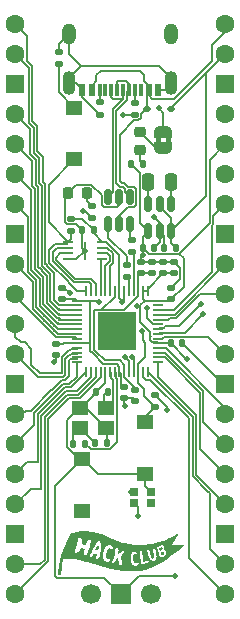
<source format=gbr>
%TF.GenerationSoftware,KiCad,Pcbnew,9.0.0*%
%TF.CreationDate,2025-03-27T00:22:41-04:00*%
%TF.ProjectId,orphkicad,6f727068-6b69-4636-9164-2e6b69636164,rev?*%
%TF.SameCoordinates,Original*%
%TF.FileFunction,Copper,L1,Top*%
%TF.FilePolarity,Positive*%
%FSLAX46Y46*%
G04 Gerber Fmt 4.6, Leading zero omitted, Abs format (unit mm)*
G04 Created by KiCad (PCBNEW 9.0.0) date 2025-03-27 00:22:41*
%MOMM*%
%LPD*%
G01*
G04 APERTURE LIST*
G04 Aperture macros list*
%AMRoundRect*
0 Rectangle with rounded corners*
0 $1 Rounding radius*
0 $2 $3 $4 $5 $6 $7 $8 $9 X,Y pos of 4 corners*
0 Add a 4 corners polygon primitive as box body*
4,1,4,$2,$3,$4,$5,$6,$7,$8,$9,$2,$3,0*
0 Add four circle primitives for the rounded corners*
1,1,$1+$1,$2,$3*
1,1,$1+$1,$4,$5*
1,1,$1+$1,$6,$7*
1,1,$1+$1,$8,$9*
0 Add four rect primitives between the rounded corners*
20,1,$1+$1,$2,$3,$4,$5,0*
20,1,$1+$1,$4,$5,$6,$7,0*
20,1,$1+$1,$6,$7,$8,$9,0*
20,1,$1+$1,$8,$9,$2,$3,0*%
%AMFreePoly0*
4,1,23,0.500000,-0.750000,0.000000,-0.750000,0.000000,-0.745722,-0.065263,-0.745722,-0.191342,-0.711940,-0.304381,-0.646677,-0.396677,-0.554381,-0.461940,-0.441342,-0.495722,-0.315263,-0.495722,-0.250000,-0.500000,-0.250000,-0.500000,0.250000,-0.495722,0.250000,-0.495722,0.315263,-0.461940,0.441342,-0.396677,0.554381,-0.304381,0.646677,-0.191342,0.711940,-0.065263,0.745722,0.000000,0.745722,
0.000000,0.750000,0.500000,0.750000,0.500000,-0.750000,0.500000,-0.750000,$1*%
%AMFreePoly1*
4,1,23,0.000000,0.745722,0.065263,0.745722,0.191342,0.711940,0.304381,0.646677,0.396677,0.554381,0.461940,0.441342,0.495722,0.315263,0.495722,0.250000,0.500000,0.250000,0.500000,-0.250000,0.495722,-0.250000,0.495722,-0.315263,0.461940,-0.441342,0.396677,-0.554381,0.304381,-0.646677,0.191342,-0.711940,0.065263,-0.745722,0.000000,-0.745722,0.000000,-0.750000,-0.500000,-0.750000,
-0.500000,0.750000,0.000000,0.750000,0.000000,0.745722,0.000000,0.745722,$1*%
G04 Aperture macros list end*
%TA.AperFunction,NonConductor*%
%ADD10C,0.000000*%
%TD*%
%TA.AperFunction,EtchedComponent*%
%ADD11C,0.000000*%
%TD*%
%TA.AperFunction,SMDPad,CuDef*%
%ADD12RoundRect,0.112500X0.187500X0.112500X-0.187500X0.112500X-0.187500X-0.112500X0.187500X-0.112500X0*%
%TD*%
%TA.AperFunction,SMDPad,CuDef*%
%ADD13RoundRect,0.140000X-0.140000X-0.170000X0.140000X-0.170000X0.140000X0.170000X-0.140000X0.170000X0*%
%TD*%
%TA.AperFunction,SMDPad,CuDef*%
%ADD14RoundRect,0.140000X0.170000X-0.140000X0.170000X0.140000X-0.170000X0.140000X-0.170000X-0.140000X0*%
%TD*%
%TA.AperFunction,SMDPad,CuDef*%
%ADD15R,1.360000X1.230000*%
%TD*%
%TA.AperFunction,SMDPad,CuDef*%
%ADD16RoundRect,0.140000X0.140000X0.170000X-0.140000X0.170000X-0.140000X-0.170000X0.140000X-0.170000X0*%
%TD*%
%TA.AperFunction,SMDPad,CuDef*%
%ADD17FreePoly0,90.000000*%
%TD*%
%TA.AperFunction,SMDPad,CuDef*%
%ADD18FreePoly1,90.000000*%
%TD*%
%TA.AperFunction,SMDPad,CuDef*%
%ADD19RoundRect,0.150000X0.150000X-0.512500X0.150000X0.512500X-0.150000X0.512500X-0.150000X-0.512500X0*%
%TD*%
%TA.AperFunction,ComponentPad*%
%ADD20C,1.700000*%
%TD*%
%TA.AperFunction,ComponentPad*%
%ADD21R,1.700000X1.700000*%
%TD*%
%TA.AperFunction,SMDPad,CuDef*%
%ADD22RoundRect,0.135000X0.185000X-0.135000X0.185000X0.135000X-0.185000X0.135000X-0.185000X-0.135000X0*%
%TD*%
%TA.AperFunction,SMDPad,CuDef*%
%ADD23RoundRect,0.135000X-0.185000X0.135000X-0.185000X-0.135000X0.185000X-0.135000X0.185000X0.135000X0*%
%TD*%
%TA.AperFunction,SMDPad,CuDef*%
%ADD24R,0.550000X1.100000*%
%TD*%
%TA.AperFunction,SMDPad,CuDef*%
%ADD25R,0.300000X1.100000*%
%TD*%
%TA.AperFunction,ComponentPad*%
%ADD26O,1.100000X2.000000*%
%TD*%
%TA.AperFunction,ComponentPad*%
%ADD27O,1.200000X1.800000*%
%TD*%
%TA.AperFunction,SMDPad,CuDef*%
%ADD28RoundRect,0.135000X-0.135000X-0.185000X0.135000X-0.185000X0.135000X0.185000X-0.135000X0.185000X0*%
%TD*%
%TA.AperFunction,SMDPad,CuDef*%
%ADD29RoundRect,0.218750X-0.218750X-0.256250X0.218750X-0.256250X0.218750X0.256250X-0.218750X0.256250X0*%
%TD*%
%TA.AperFunction,ComponentPad*%
%ADD30C,1.600000*%
%TD*%
%TA.AperFunction,ComponentPad*%
%ADD31R,1.600000X1.600000*%
%TD*%
%TA.AperFunction,SMDPad,CuDef*%
%ADD32RoundRect,0.250000X0.250000X0.475000X-0.250000X0.475000X-0.250000X-0.475000X0.250000X-0.475000X0*%
%TD*%
%TA.AperFunction,SMDPad,CuDef*%
%ADD33R,0.800000X0.650000*%
%TD*%
%TA.AperFunction,SMDPad,CuDef*%
%ADD34RoundRect,0.150000X-0.150000X0.512500X-0.150000X-0.512500X0.150000X-0.512500X0.150000X0.512500X0*%
%TD*%
%TA.AperFunction,SMDPad,CuDef*%
%ADD35RoundRect,0.218750X-0.256250X0.218750X-0.256250X-0.218750X0.256250X-0.218750X0.256250X0.218750X0*%
%TD*%
%TA.AperFunction,SMDPad,CuDef*%
%ADD36RoundRect,0.062500X-0.387500X-0.062500X0.387500X-0.062500X0.387500X0.062500X-0.387500X0.062500X0*%
%TD*%
%TA.AperFunction,HeatsinkPad*%
%ADD37R,0.200000X1.600000*%
%TD*%
%TA.AperFunction,SMDPad,CuDef*%
%ADD38RoundRect,0.140000X-0.170000X0.140000X-0.170000X-0.140000X0.170000X-0.140000X0.170000X0.140000X0*%
%TD*%
%TA.AperFunction,SMDPad,CuDef*%
%ADD39RoundRect,0.050000X-0.387500X-0.050000X0.387500X-0.050000X0.387500X0.050000X-0.387500X0.050000X0*%
%TD*%
%TA.AperFunction,SMDPad,CuDef*%
%ADD40RoundRect,0.050000X-0.050000X-0.387500X0.050000X-0.387500X0.050000X0.387500X-0.050000X0.387500X0*%
%TD*%
%TA.AperFunction,HeatsinkPad*%
%ADD41R,3.200000X3.200000*%
%TD*%
%TA.AperFunction,SMDPad,CuDef*%
%ADD42R,1.400000X1.200000*%
%TD*%
%TA.AperFunction,ViaPad*%
%ADD43C,0.500000*%
%TD*%
%TA.AperFunction,Conductor*%
%ADD44C,0.200000*%
%TD*%
G04 APERTURE END LIST*
D10*
%TA.AperFunction,NonConductor*%
G36*
X77533294Y-74906706D02*
G01*
X77586883Y-74907720D01*
X77819539Y-74922410D01*
X78075360Y-74953806D01*
X78212100Y-74976546D01*
X78354804Y-75004389D01*
X78503530Y-75037646D01*
X78658336Y-75076626D01*
X78819277Y-75121644D01*
X78986413Y-75173003D01*
X79159804Y-75231015D01*
X79339504Y-75295988D01*
X79525572Y-75368234D01*
X79718067Y-75448061D01*
X79917045Y-75535776D01*
X80122561Y-75631695D01*
X80347971Y-75732561D01*
X80573131Y-75819419D01*
X80797666Y-75892931D01*
X81021223Y-75953748D01*
X81243424Y-76002527D01*
X81463904Y-76039926D01*
X81682295Y-76066596D01*
X81898229Y-76083200D01*
X82111339Y-76090388D01*
X82321256Y-76088819D01*
X82527613Y-76079144D01*
X82730041Y-76062024D01*
X82928170Y-76038114D01*
X83121638Y-76008069D01*
X83310073Y-75972542D01*
X83493109Y-75932193D01*
X83841508Y-75839646D01*
X84163894Y-75735675D01*
X84457321Y-75625524D01*
X84718850Y-75514440D01*
X84945536Y-75407672D01*
X85134439Y-75310461D01*
X85387112Y-75165708D01*
X85388498Y-75164969D01*
X85389937Y-75164412D01*
X85391414Y-75164034D01*
X85392928Y-75163823D01*
X85394465Y-75163773D01*
X85396022Y-75163877D01*
X85397590Y-75164126D01*
X85399163Y-75164513D01*
X85400731Y-75165030D01*
X85402288Y-75165669D01*
X85403822Y-75166422D01*
X85405333Y-75167283D01*
X85406806Y-75168242D01*
X85408238Y-75169290D01*
X85409620Y-75170427D01*
X85410943Y-75171636D01*
X85412203Y-75172913D01*
X85413386Y-75174252D01*
X85414492Y-75175638D01*
X85415507Y-75177074D01*
X85416427Y-75178545D01*
X85417243Y-75180047D01*
X85417948Y-75181568D01*
X85418533Y-75183102D01*
X85418993Y-75184644D01*
X85419317Y-75186180D01*
X85419502Y-75187710D01*
X85419533Y-75189224D01*
X85419409Y-75190710D01*
X85419121Y-75192162D01*
X85418659Y-75193577D01*
X85418017Y-75194937D01*
X84980122Y-76047300D01*
X84979523Y-76048575D01*
X84979016Y-76049859D01*
X84978604Y-76051152D01*
X84978278Y-76052447D01*
X84978041Y-76053743D01*
X84977891Y-76055034D01*
X84977822Y-76056320D01*
X84977837Y-76057596D01*
X84977935Y-76058858D01*
X84978107Y-76060104D01*
X84978355Y-76061331D01*
X84978679Y-76062534D01*
X84979075Y-76063716D01*
X84979540Y-76064864D01*
X84980074Y-76065981D01*
X84980677Y-76067063D01*
X84981341Y-76068107D01*
X84982070Y-76069104D01*
X84982859Y-76070061D01*
X84983707Y-76070969D01*
X84984611Y-76071822D01*
X84985570Y-76072622D01*
X84986584Y-76073364D01*
X84987647Y-76074045D01*
X84988759Y-76074660D01*
X84989920Y-76075209D01*
X84991123Y-76075685D01*
X84992374Y-76076087D01*
X84993664Y-76076411D01*
X84994993Y-76076654D01*
X84996359Y-76076813D01*
X84997763Y-76076885D01*
X85351528Y-76079637D01*
X85632497Y-76079607D01*
X85953397Y-76077168D01*
X85955093Y-76077198D01*
X85956742Y-76077348D01*
X85958338Y-76077612D01*
X85959880Y-76077987D01*
X85961365Y-76078466D01*
X85962787Y-76079045D01*
X85964147Y-76079714D01*
X85965442Y-76080471D01*
X85966664Y-76081313D01*
X85967816Y-76082228D01*
X85968893Y-76083216D01*
X85969891Y-76084266D01*
X85970809Y-76085378D01*
X85971641Y-76086543D01*
X85972387Y-76087760D01*
X85973044Y-76089017D01*
X85973608Y-76090314D01*
X85974073Y-76091640D01*
X85974442Y-76092995D01*
X85974709Y-76094370D01*
X85974871Y-76095761D01*
X85974923Y-76097160D01*
X85974869Y-76098567D01*
X85974698Y-76099968D01*
X85974412Y-76101366D01*
X85974007Y-76102752D01*
X85973479Y-76104119D01*
X85972826Y-76105463D01*
X85972043Y-76106777D01*
X85971131Y-76108056D01*
X85970086Y-76109297D01*
X85968902Y-76110492D01*
X85776511Y-76286525D01*
X85441028Y-76575270D01*
X84988961Y-76934752D01*
X84727490Y-77127906D01*
X84446815Y-77323002D01*
X84150247Y-77514796D01*
X83841098Y-77698039D01*
X83522684Y-77867490D01*
X83198321Y-78017893D01*
X82871317Y-78144010D01*
X82707859Y-78196320D01*
X82544986Y-78240589D01*
X82383109Y-78276162D01*
X82222643Y-78302383D01*
X82064003Y-78318597D01*
X81907603Y-78324148D01*
X81582251Y-78319386D01*
X81274624Y-78305616D01*
X80983267Y-78283590D01*
X80706728Y-78254073D01*
X80443551Y-78217821D01*
X80192278Y-78175596D01*
X79951458Y-78128154D01*
X79719634Y-78076258D01*
X79495351Y-78020670D01*
X79277155Y-77962146D01*
X78853209Y-77839326D01*
X78436156Y-77713882D01*
X78014356Y-77591889D01*
X77855373Y-77549089D01*
X79848883Y-77549089D01*
X79849869Y-77561403D01*
X79852156Y-77572866D01*
X79855698Y-77583417D01*
X79860441Y-77592996D01*
X79866343Y-77601541D01*
X79873354Y-77608990D01*
X79881429Y-77615283D01*
X79890519Y-77620359D01*
X79900575Y-77624154D01*
X79911549Y-77626609D01*
X79923397Y-77627659D01*
X79936072Y-77627247D01*
X79949521Y-77625309D01*
X79963701Y-77621784D01*
X79978561Y-77616612D01*
X79994056Y-77609730D01*
X80010139Y-77601078D01*
X80026759Y-77590591D01*
X80043871Y-77578212D01*
X80061429Y-77563876D01*
X80079381Y-77547525D01*
X80097685Y-77529096D01*
X80116287Y-77508526D01*
X80135143Y-77485756D01*
X80154208Y-77460721D01*
X80173429Y-77433366D01*
X80182819Y-77419098D01*
X80192239Y-77402709D01*
X80201604Y-77384616D01*
X80210821Y-77365239D01*
X80219809Y-77344999D01*
X80228473Y-77324316D01*
X80244493Y-77283300D01*
X80258175Y-77245548D01*
X80268819Y-77214423D01*
X80278177Y-77185491D01*
X80367669Y-77174803D01*
X80409016Y-77365293D01*
X80441241Y-77527341D01*
X80454562Y-77602879D01*
X80463865Y-77666311D01*
X80466336Y-77679465D01*
X80470081Y-77692201D01*
X80475015Y-77704471D01*
X80481048Y-77716215D01*
X80488090Y-77727382D01*
X80496055Y-77737915D01*
X80504857Y-77747761D01*
X80514408Y-77756863D01*
X80524615Y-77765170D01*
X80535391Y-77772622D01*
X80546653Y-77779170D01*
X80558311Y-77784756D01*
X80570272Y-77789323D01*
X80582455Y-77792824D01*
X80594767Y-77795197D01*
X80607123Y-77796390D01*
X80619432Y-77796349D01*
X80631604Y-77795019D01*
X80643559Y-77792343D01*
X80655205Y-77788270D01*
X80666452Y-77782741D01*
X80677213Y-77775705D01*
X80687404Y-77767107D01*
X80696930Y-77756889D01*
X80705707Y-77745000D01*
X80713645Y-77731383D01*
X80720659Y-77715984D01*
X80726659Y-77698752D01*
X80731556Y-77679624D01*
X80735264Y-77658553D01*
X80737693Y-77635482D01*
X80738758Y-77610354D01*
X80734237Y-77572878D01*
X80727376Y-77532225D01*
X80718112Y-77488386D01*
X80706386Y-77441346D01*
X80692144Y-77391087D01*
X80675323Y-77337601D01*
X80655863Y-77280876D01*
X80633710Y-77220894D01*
X80627641Y-77204484D01*
X81438845Y-77204484D01*
X81439315Y-77253237D01*
X81440989Y-77289910D01*
X81443543Y-77325576D01*
X81446971Y-77360217D01*
X81451261Y-77393814D01*
X81456412Y-77426344D01*
X81462418Y-77457789D01*
X81469273Y-77488134D01*
X81476965Y-77517354D01*
X81485491Y-77545435D01*
X81494848Y-77572354D01*
X81505024Y-77598096D01*
X81516016Y-77622636D01*
X81527816Y-77645959D01*
X81540419Y-77668045D01*
X81553816Y-77688876D01*
X81568007Y-77708430D01*
X81582977Y-77726689D01*
X81598727Y-77743633D01*
X81615245Y-77759247D01*
X81632527Y-77773507D01*
X81650569Y-77786397D01*
X81669361Y-77797896D01*
X81688897Y-77807985D01*
X81709171Y-77816643D01*
X81730178Y-77823855D01*
X81751910Y-77829600D01*
X81774362Y-77833857D01*
X81797528Y-77836608D01*
X81821398Y-77837836D01*
X81845971Y-77837520D01*
X81871237Y-77835642D01*
X81897190Y-77832178D01*
X81922480Y-77827476D01*
X81945811Y-77821920D01*
X81967255Y-77815576D01*
X81986878Y-77808505D01*
X82004758Y-77800776D01*
X82020959Y-77792454D01*
X82035556Y-77783596D01*
X82048616Y-77774272D01*
X82060213Y-77764548D01*
X82070417Y-77754481D01*
X82079300Y-77744142D01*
X82086931Y-77733594D01*
X82093381Y-77722899D01*
X82098721Y-77712124D01*
X82103021Y-77701333D01*
X82106353Y-77690589D01*
X82108789Y-77679958D01*
X82110397Y-77669502D01*
X82111249Y-77659290D01*
X82111415Y-77649381D01*
X82110970Y-77639839D01*
X82109978Y-77630736D01*
X82108516Y-77622126D01*
X82106653Y-77614081D01*
X82104457Y-77606664D01*
X82102003Y-77599938D01*
X82099355Y-77593966D01*
X82096591Y-77588814D01*
X82093780Y-77584548D01*
X82090990Y-77581230D01*
X82088296Y-77578924D01*
X82085765Y-77577696D01*
X82082041Y-77576529D01*
X82078496Y-77575050D01*
X82071211Y-77571655D01*
X82067102Y-77569992D01*
X82062442Y-77568520D01*
X82057042Y-77567364D01*
X82050719Y-77566651D01*
X82043290Y-77566506D01*
X82034575Y-77567055D01*
X82024382Y-77568420D01*
X82012537Y-77570733D01*
X81998851Y-77574120D01*
X81983140Y-77578701D01*
X81965224Y-77584605D01*
X81944917Y-77591958D01*
X81934213Y-77595735D01*
X81923674Y-77598960D01*
X81913298Y-77601621D01*
X81903080Y-77603715D01*
X81893017Y-77605236D01*
X81883109Y-77606179D01*
X81873353Y-77606538D01*
X81863743Y-77606305D01*
X81854281Y-77605477D01*
X81844960Y-77604048D01*
X81835780Y-77602011D01*
X81826738Y-77599360D01*
X81817831Y-77596092D01*
X81809056Y-77592198D01*
X81800413Y-77587674D01*
X81791894Y-77582514D01*
X81783502Y-77576709D01*
X81775232Y-77570260D01*
X81767080Y-77563156D01*
X81759047Y-77555394D01*
X81751126Y-77546964D01*
X81743317Y-77537866D01*
X81735616Y-77528089D01*
X81728021Y-77517633D01*
X81720530Y-77506485D01*
X81713143Y-77494645D01*
X81698654Y-77468862D01*
X81684539Y-77440234D01*
X81670775Y-77408718D01*
X81662072Y-77385123D01*
X81654016Y-77359213D01*
X81646738Y-77331300D01*
X81640372Y-77301702D01*
X81635051Y-77270727D01*
X81630908Y-77238693D01*
X81628075Y-77205912D01*
X81626684Y-77172699D01*
X81626870Y-77139367D01*
X81628763Y-77106231D01*
X81632497Y-77073606D01*
X81638206Y-77041803D01*
X81646016Y-77011135D01*
X81656071Y-76981921D01*
X81661979Y-76967958D01*
X81668497Y-76954474D01*
X81675640Y-76941510D01*
X81683425Y-76929105D01*
X81685844Y-76925592D01*
X81688250Y-76922233D01*
X81690649Y-76919025D01*
X81693029Y-76915962D01*
X81697747Y-76910259D01*
X81702385Y-76905090D01*
X81706933Y-76900420D01*
X81711377Y-76896216D01*
X81715697Y-76892448D01*
X81719881Y-76889076D01*
X81723919Y-76886070D01*
X81727789Y-76883397D01*
X81731479Y-76881021D01*
X81734974Y-76878910D01*
X81741325Y-76875348D01*
X81746719Y-76872438D01*
X81751567Y-76869679D01*
X81756415Y-76867272D01*
X81761257Y-76865199D01*
X81766076Y-76863448D01*
X81770875Y-76861999D01*
X81775636Y-76860838D01*
X81780355Y-76859950D01*
X81785023Y-76859319D01*
X81789634Y-76858926D01*
X81794179Y-76858758D01*
X81798646Y-76858798D01*
X81803032Y-76859032D01*
X81807325Y-76859440D01*
X81811517Y-76860010D01*
X81815603Y-76860724D01*
X81819571Y-76861567D01*
X81823415Y-76862523D01*
X81827125Y-76863576D01*
X81834113Y-76865910D01*
X81840469Y-76868437D01*
X81846128Y-76871034D01*
X81851024Y-76873572D01*
X81855091Y-76875924D01*
X81858259Y-76877964D01*
X81860467Y-76879563D01*
X81873706Y-76888753D01*
X81886270Y-76896691D01*
X81898163Y-76903420D01*
X81909392Y-76908984D01*
X81919969Y-76913418D01*
X81929893Y-76916773D01*
X81939176Y-76919091D01*
X81947822Y-76920414D01*
X81955843Y-76920781D01*
X81963235Y-76920241D01*
X81970015Y-76918831D01*
X81976184Y-76916601D01*
X81981752Y-76913587D01*
X81986723Y-76909836D01*
X81991105Y-76905390D01*
X81994904Y-76900290D01*
X81998128Y-76894582D01*
X82000783Y-76888308D01*
X82002874Y-76881508D01*
X82004408Y-76874227D01*
X82005397Y-76866510D01*
X82005838Y-76858396D01*
X82005745Y-76849932D01*
X82005122Y-76841158D01*
X82003979Y-76832118D01*
X82002319Y-76822854D01*
X82000147Y-76813410D01*
X81997474Y-76803828D01*
X81994306Y-76794151D01*
X81990649Y-76784422D01*
X81986507Y-76774686D01*
X81981889Y-76764984D01*
X81970988Y-76750179D01*
X81959842Y-76736238D01*
X81949841Y-76724768D01*
X82213298Y-76724768D01*
X82214105Y-76754123D01*
X82215926Y-76785577D01*
X82222165Y-76853817D01*
X82231109Y-76927519D01*
X82241851Y-77004715D01*
X82265095Y-77161716D01*
X82275787Y-77237592D01*
X82284649Y-77309088D01*
X82305658Y-77507442D01*
X82309775Y-77542566D01*
X82314331Y-77576389D01*
X82319773Y-77611158D01*
X82326545Y-77649114D01*
X82329943Y-77658411D01*
X82336222Y-77666206D01*
X82345186Y-77672577D01*
X82356643Y-77677602D01*
X82370399Y-77681356D01*
X82386259Y-77683921D01*
X82404035Y-77685372D01*
X82423528Y-77685789D01*
X82466899Y-77683825D01*
X82514822Y-77678652D01*
X82565758Y-77670891D01*
X82618156Y-77661168D01*
X82721150Y-77638309D01*
X82811432Y-77615059D01*
X82876627Y-77596392D01*
X82904363Y-77587281D01*
X82907347Y-77585814D01*
X82911355Y-77584294D01*
X82921916Y-77580730D01*
X82928209Y-77578503D01*
X82934999Y-77575861D01*
X82942157Y-77572714D01*
X82949554Y-77568966D01*
X82957052Y-77564529D01*
X82960802Y-77562025D01*
X82964528Y-77559313D01*
X82968217Y-77556384D01*
X82971848Y-77553226D01*
X82975409Y-77549827D01*
X82978880Y-77546178D01*
X82982249Y-77542264D01*
X82985497Y-77538078D01*
X82988605Y-77533602D01*
X82991560Y-77528832D01*
X82994345Y-77523753D01*
X82996945Y-77518353D01*
X82999339Y-77512623D01*
X83001517Y-77506549D01*
X83003638Y-77500558D01*
X83004934Y-77494780D01*
X83005441Y-77489218D01*
X83005192Y-77483875D01*
X83004229Y-77478756D01*
X83002589Y-77473860D01*
X83000305Y-77469192D01*
X82997420Y-77464753D01*
X82993967Y-77460549D01*
X82989983Y-77456577D01*
X82985507Y-77452846D01*
X82980574Y-77449354D01*
X82975222Y-77446108D01*
X82969489Y-77443110D01*
X82957022Y-77437860D01*
X82943476Y-77433625D01*
X82929142Y-77430438D01*
X82914317Y-77428311D01*
X82899301Y-77427268D01*
X82884385Y-77427333D01*
X82869871Y-77428525D01*
X82856051Y-77430868D01*
X82843225Y-77434384D01*
X82811270Y-77443669D01*
X82767350Y-77454633D01*
X82715965Y-77465770D01*
X82661621Y-77475583D01*
X82634744Y-77479527D01*
X82608817Y-77482578D01*
X82584400Y-77484546D01*
X82562054Y-77485248D01*
X82542349Y-77484492D01*
X82533659Y-77483509D01*
X82525840Y-77482095D01*
X82518961Y-77480223D01*
X82513094Y-77477869D01*
X82508309Y-77475010D01*
X82504673Y-77471622D01*
X82499153Y-77459998D01*
X82494598Y-77440288D01*
X82490809Y-77413347D01*
X82487591Y-77380032D01*
X82476499Y-77200162D01*
X82469269Y-77094247D01*
X82458823Y-76986817D01*
X82451902Y-76934676D01*
X82443587Y-76884720D01*
X82433683Y-76837813D01*
X82421992Y-76794808D01*
X82419529Y-76780311D01*
X82416941Y-76766382D01*
X82414232Y-76753020D01*
X82411408Y-76740219D01*
X82408474Y-76727966D01*
X82405435Y-76716258D01*
X82402294Y-76705083D01*
X82399057Y-76694438D01*
X82395728Y-76684311D01*
X82392316Y-76674696D01*
X82388819Y-76665584D01*
X82385248Y-76656968D01*
X82381606Y-76648842D01*
X82377895Y-76641195D01*
X82374125Y-76634021D01*
X82370296Y-76627311D01*
X82366417Y-76621058D01*
X82362487Y-76615256D01*
X82358518Y-76609895D01*
X82354511Y-76604967D01*
X82350470Y-76600464D01*
X82346402Y-76596380D01*
X82342312Y-76592706D01*
X82338203Y-76589433D01*
X82334083Y-76586558D01*
X82329952Y-76584066D01*
X82325819Y-76581954D01*
X82321687Y-76580214D01*
X82317563Y-76578839D01*
X82313447Y-76577814D01*
X82309349Y-76577142D01*
X82305274Y-76576806D01*
X82305233Y-76576862D01*
X82300643Y-76576856D01*
X82296091Y-76577262D01*
X82291585Y-76578072D01*
X82287137Y-76579271D01*
X82282747Y-76580849D01*
X82278424Y-76582794D01*
X82274179Y-76585098D01*
X82270013Y-76587746D01*
X82265939Y-76590726D01*
X82261961Y-76594026D01*
X82254320Y-76601549D01*
X82247155Y-76610216D01*
X82240516Y-76619945D01*
X82234465Y-76630635D01*
X82229056Y-76642200D01*
X82224346Y-76654545D01*
X82220395Y-76667579D01*
X82217255Y-76681211D01*
X82214989Y-76695347D01*
X82213652Y-76709897D01*
X82213298Y-76724768D01*
X81949841Y-76724768D01*
X81948451Y-76723173D01*
X81936823Y-76710992D01*
X81924956Y-76699712D01*
X81912857Y-76689336D01*
X81900526Y-76679883D01*
X81887968Y-76671357D01*
X81875182Y-76663773D01*
X81862180Y-76657140D01*
X81848959Y-76651469D01*
X81835522Y-76646771D01*
X81821872Y-76643058D01*
X81808012Y-76640340D01*
X81793949Y-76638629D01*
X81779683Y-76637933D01*
X81779708Y-76637663D01*
X81768473Y-76637838D01*
X81757117Y-76638639D01*
X81745645Y-76640069D01*
X81734056Y-76642134D01*
X81722350Y-76644840D01*
X81710533Y-76648194D01*
X81698600Y-76652201D01*
X81686558Y-76656864D01*
X81674407Y-76662192D01*
X81662144Y-76668191D01*
X81649777Y-76674864D01*
X81637306Y-76682219D01*
X81624728Y-76690260D01*
X81612049Y-76698996D01*
X81599267Y-76708430D01*
X81586387Y-76718568D01*
X81569116Y-76737066D01*
X81552710Y-76757496D01*
X81537217Y-76779872D01*
X81522680Y-76804201D01*
X81509144Y-76830508D01*
X81496657Y-76858794D01*
X81485260Y-76889070D01*
X81475001Y-76921356D01*
X81465925Y-76955658D01*
X81458077Y-76991986D01*
X81451504Y-77030358D01*
X81446248Y-77070781D01*
X81442357Y-77113269D01*
X81439873Y-77157834D01*
X81438845Y-77204484D01*
X80627641Y-77204484D01*
X80626687Y-77201904D01*
X80618649Y-77182101D01*
X80608255Y-77158924D01*
X80602332Y-77146890D01*
X80596003Y-77134995D01*
X80589336Y-77123568D01*
X80582389Y-77112937D01*
X80575225Y-77103429D01*
X80571583Y-77099199D01*
X80567908Y-77095374D01*
X80564211Y-77091990D01*
X80560498Y-77089093D01*
X80556778Y-77086725D01*
X80553058Y-77084923D01*
X80597413Y-77039544D01*
X80643433Y-76990735D01*
X80696992Y-76931562D01*
X80751808Y-76867302D01*
X80777726Y-76834914D01*
X80801605Y-76803235D01*
X80822660Y-76772930D01*
X80840108Y-76744650D01*
X80853163Y-76719057D01*
X80857799Y-76707477D01*
X80861041Y-76696815D01*
X80865352Y-76675992D01*
X80867671Y-76656312D01*
X80867875Y-76638114D01*
X80867137Y-76629675D01*
X80865823Y-76621736D01*
X80863915Y-76614333D01*
X80861393Y-76607513D01*
X80858242Y-76601313D01*
X80854448Y-76595778D01*
X80849993Y-76590954D01*
X80844860Y-76586876D01*
X80839036Y-76583592D01*
X80832499Y-76581140D01*
X80825237Y-76579565D01*
X80817233Y-76578906D01*
X80808469Y-76579209D01*
X80798929Y-76580516D01*
X80788600Y-76582866D01*
X80777461Y-76586301D01*
X80765495Y-76590867D01*
X80752693Y-76596602D01*
X80739031Y-76603550D01*
X80724494Y-76611756D01*
X80709070Y-76621254D01*
X80692739Y-76632095D01*
X80675485Y-76644318D01*
X80657291Y-76657962D01*
X80638141Y-76673070D01*
X80618026Y-76689690D01*
X80597979Y-76706718D01*
X80579041Y-76723017D01*
X80561179Y-76738602D01*
X80544364Y-76753482D01*
X80528563Y-76767674D01*
X80513746Y-76781187D01*
X80499883Y-76794030D01*
X80486943Y-76806223D01*
X80474893Y-76817776D01*
X80463705Y-76828698D01*
X80453344Y-76839004D01*
X80443783Y-76848706D01*
X80434990Y-76857811D01*
X80426932Y-76866342D01*
X80419582Y-76874302D01*
X80412906Y-76881705D01*
X80401456Y-76894896D01*
X80392333Y-76906008D01*
X80385292Y-76915146D01*
X80380087Y-76922400D01*
X80376469Y-76927870D01*
X80374192Y-76931658D01*
X80372665Y-76934569D01*
X80380746Y-76895268D01*
X80388919Y-76851247D01*
X80398134Y-76795519D01*
X80407105Y-76731492D01*
X80414553Y-76662561D01*
X80417302Y-76627323D01*
X80419189Y-76592136D01*
X80419729Y-76570344D01*
X82865696Y-76570344D01*
X82865756Y-76580135D01*
X82866505Y-76590198D01*
X82871956Y-76630938D01*
X82879807Y-76673520D01*
X82890623Y-76720904D01*
X82904983Y-76776036D01*
X82946582Y-76921356D01*
X83009158Y-77133093D01*
X83019386Y-77162170D01*
X83030648Y-77189182D01*
X83042860Y-77214210D01*
X83055943Y-77237320D01*
X83069810Y-77258590D01*
X83084386Y-77278090D01*
X83099581Y-77295895D01*
X83115319Y-77312080D01*
X83131513Y-77326716D01*
X83148082Y-77339875D01*
X83164946Y-77351632D01*
X83182022Y-77362062D01*
X83199227Y-77371234D01*
X83216479Y-77379225D01*
X83233696Y-77386105D01*
X83250797Y-77391954D01*
X83267696Y-77396838D01*
X83284315Y-77400831D01*
X83316380Y-77406447D01*
X83346334Y-77409384D01*
X83373517Y-77410228D01*
X83397269Y-77409568D01*
X83416939Y-77407989D01*
X83441396Y-77404420D01*
X83453806Y-77401098D01*
X83465603Y-77397213D01*
X83476805Y-77392789D01*
X83487428Y-77387853D01*
X83497496Y-77382421D01*
X83507027Y-77376525D01*
X83516041Y-77370180D01*
X83524555Y-77363415D01*
X83532592Y-77356251D01*
X83540170Y-77348712D01*
X83547308Y-77340819D01*
X83554027Y-77332597D01*
X83566285Y-77315265D01*
X83577103Y-77296894D01*
X83586632Y-77277676D01*
X83595034Y-77257795D01*
X83602465Y-77237439D01*
X83609083Y-77216796D01*
X83620496Y-77175382D01*
X83630537Y-77135052D01*
X83634722Y-77112171D01*
X83637115Y-77085081D01*
X83637836Y-77054245D01*
X83637007Y-77020135D01*
X83634752Y-76983210D01*
X83631196Y-76943935D01*
X83620669Y-76860198D01*
X83606405Y-76772643D01*
X83589394Y-76684982D01*
X83570617Y-76600935D01*
X83551057Y-76524221D01*
X83544178Y-76506570D01*
X83536816Y-76489922D01*
X83529017Y-76474293D01*
X83520835Y-76459704D01*
X83512316Y-76446174D01*
X83507947Y-76439814D01*
X83503508Y-76433724D01*
X83499011Y-76427910D01*
X83494460Y-76422372D01*
X83489863Y-76417116D01*
X83485223Y-76412141D01*
X83480546Y-76407450D01*
X83475841Y-76403046D01*
X83471113Y-76398932D01*
X83466367Y-76395111D01*
X83461610Y-76391583D01*
X83456846Y-76388354D01*
X83452085Y-76385423D01*
X83447330Y-76382795D01*
X83442590Y-76380468D01*
X83437868Y-76378452D01*
X83433170Y-76376742D01*
X83428507Y-76375344D01*
X83423879Y-76374264D01*
X83419295Y-76373499D01*
X83414759Y-76373052D01*
X83410282Y-76372928D01*
X83410289Y-76373310D01*
X83403446Y-76373738D01*
X83396779Y-76374960D01*
X83390306Y-76376988D01*
X83384054Y-76379826D01*
X83378042Y-76383488D01*
X83372293Y-76387980D01*
X83366831Y-76393310D01*
X83361679Y-76399491D01*
X83356861Y-76406526D01*
X83352395Y-76414434D01*
X83348309Y-76423217D01*
X83344622Y-76432883D01*
X83341358Y-76443444D01*
X83338543Y-76454910D01*
X83336194Y-76467290D01*
X83334337Y-76480590D01*
X83334406Y-76490142D01*
X83335060Y-76500132D01*
X83336258Y-76510560D01*
X83337952Y-76521431D01*
X83342656Y-76544516D01*
X83348821Y-76569419D01*
X83364103Y-76624778D01*
X83372510Y-76655292D01*
X83380955Y-76687734D01*
X83392789Y-76759338D01*
X83404039Y-76833070D01*
X83413615Y-76906774D01*
X83417435Y-76942935D01*
X83420425Y-76978275D01*
X83422456Y-77012520D01*
X83423383Y-77045398D01*
X83423078Y-77076642D01*
X83421403Y-77105980D01*
X83418212Y-77133138D01*
X83413382Y-77157846D01*
X83406772Y-77179833D01*
X83402755Y-77189721D01*
X83398243Y-77198826D01*
X83394067Y-77204344D01*
X83389621Y-77209435D01*
X83384929Y-77214103D01*
X83380007Y-77218356D01*
X83374870Y-77222193D01*
X83369539Y-77225616D01*
X83364028Y-77228634D01*
X83358355Y-77231247D01*
X83352541Y-77233458D01*
X83346601Y-77235270D01*
X83340550Y-77236686D01*
X83334409Y-77237710D01*
X83328196Y-77238348D01*
X83321923Y-77238598D01*
X83315615Y-77238468D01*
X83309282Y-77237958D01*
X83302949Y-77237071D01*
X83296627Y-77235816D01*
X83290336Y-77234191D01*
X83284093Y-77232199D01*
X83277917Y-77229846D01*
X83271824Y-77227135D01*
X83265830Y-77224068D01*
X83259956Y-77220648D01*
X83254219Y-77216880D01*
X83248634Y-77212764D01*
X83243219Y-77208309D01*
X83237995Y-77203512D01*
X83232973Y-77198382D01*
X83228176Y-77192916D01*
X83223617Y-77187123D01*
X83219317Y-77181003D01*
X83204393Y-77147452D01*
X83189993Y-77109333D01*
X83176094Y-77067429D01*
X83162677Y-77022511D01*
X83137193Y-76926762D01*
X83113361Y-76828299D01*
X83091001Y-76733352D01*
X83069935Y-76648128D01*
X83059831Y-76611108D01*
X83049983Y-76578852D01*
X83040368Y-76552143D01*
X83030965Y-76531752D01*
X83024711Y-76521326D01*
X83018221Y-76511951D01*
X83011525Y-76503599D01*
X83004655Y-76496243D01*
X82997639Y-76489860D01*
X82990514Y-76484424D01*
X82983305Y-76479906D01*
X82976047Y-76476284D01*
X82968767Y-76473528D01*
X82961497Y-76471616D01*
X82954268Y-76470522D01*
X82947112Y-76470215D01*
X82940059Y-76470674D01*
X82933138Y-76471872D01*
X82926380Y-76473782D01*
X82919821Y-76476378D01*
X82913485Y-76479636D01*
X82907407Y-76483530D01*
X82901617Y-76488030D01*
X82896145Y-76493118D01*
X82891019Y-76498760D01*
X82886275Y-76504932D01*
X82881944Y-76511610D01*
X82878052Y-76518771D01*
X82874632Y-76526384D01*
X82871717Y-76534425D01*
X82869334Y-76542866D01*
X82867517Y-76551686D01*
X82866295Y-76560854D01*
X82865696Y-76570344D01*
X80419729Y-76570344D01*
X80420050Y-76557426D01*
X80419726Y-76523621D01*
X80420644Y-76511621D01*
X80420944Y-76499775D01*
X80420655Y-76488104D01*
X80419795Y-76476617D01*
X80418391Y-76465328D01*
X80416461Y-76454256D01*
X80414034Y-76443414D01*
X80411125Y-76432818D01*
X80407765Y-76422486D01*
X80403973Y-76412424D01*
X80399770Y-76402658D01*
X80395182Y-76393197D01*
X80390229Y-76384055D01*
X80384935Y-76375248D01*
X80379327Y-76366794D01*
X80373421Y-76358708D01*
X80367244Y-76350999D01*
X80360817Y-76343687D01*
X80354164Y-76336787D01*
X80351313Y-76334094D01*
X83701375Y-76334094D01*
X83701465Y-76338266D01*
X83702140Y-76346468D01*
X83703304Y-76354502D01*
X83704744Y-76362384D01*
X83707595Y-76377768D01*
X83811995Y-76719555D01*
X83884331Y-76966372D01*
X83908573Y-77056143D01*
X83915590Y-77086039D01*
X83918395Y-77103442D01*
X83919005Y-77106016D01*
X83920088Y-77108425D01*
X83921629Y-77110674D01*
X83923615Y-77112763D01*
X83926025Y-77114689D01*
X83928845Y-77116456D01*
X83935651Y-77119512D01*
X83943899Y-77121936D01*
X83953460Y-77123740D01*
X83964203Y-77124919D01*
X83976001Y-77125492D01*
X83988719Y-77125458D01*
X84002230Y-77124822D01*
X84016402Y-77123598D01*
X84031105Y-77121783D01*
X84046210Y-77119387D01*
X84061583Y-77116417D01*
X84077099Y-77112883D01*
X84092624Y-77108784D01*
X84137257Y-77092917D01*
X84179173Y-77075937D01*
X84218320Y-77057899D01*
X84236839Y-77048505D01*
X84254641Y-77038870D01*
X84271723Y-77029002D01*
X84288079Y-77018910D01*
X84303698Y-77008599D01*
X84318574Y-76998079D01*
X84332701Y-76987359D01*
X84346072Y-76976442D01*
X84358681Y-76965340D01*
X84370516Y-76954062D01*
X84381572Y-76942608D01*
X84391847Y-76930993D01*
X84401329Y-76919221D01*
X84410009Y-76907304D01*
X84417886Y-76895247D01*
X84424946Y-76883056D01*
X84431186Y-76870741D01*
X84436601Y-76858309D01*
X84441179Y-76845768D01*
X84444916Y-76833124D01*
X84447803Y-76820389D01*
X84449834Y-76807566D01*
X84451003Y-76794666D01*
X84451301Y-76781694D01*
X84450721Y-76768665D01*
X84449255Y-76755575D01*
X84444758Y-76729748D01*
X84438943Y-76704785D01*
X84435556Y-76692654D01*
X84431854Y-76680774D01*
X84427847Y-76669155D01*
X84423535Y-76657811D01*
X84418927Y-76646750D01*
X84414026Y-76635989D01*
X84408841Y-76625534D01*
X84403375Y-76615398D01*
X84397633Y-76605599D01*
X84391619Y-76596138D01*
X84385342Y-76587036D01*
X84378805Y-76578300D01*
X84372013Y-76569939D01*
X84364975Y-76561974D01*
X84357691Y-76554408D01*
X84350170Y-76547255D01*
X84342415Y-76540526D01*
X84334435Y-76534236D01*
X84326231Y-76528392D01*
X84317812Y-76523012D01*
X84309181Y-76518101D01*
X84300344Y-76513671D01*
X84291307Y-76509740D01*
X84282076Y-76506314D01*
X84272653Y-76503408D01*
X84263047Y-76501031D01*
X84253261Y-76499195D01*
X84243302Y-76497912D01*
X84248639Y-76486692D01*
X84254516Y-76473543D01*
X84261826Y-76456143D01*
X84270041Y-76435077D01*
X84278633Y-76410924D01*
X84287069Y-76384274D01*
X84291065Y-76370190D01*
X84294823Y-76355703D01*
X84296227Y-76347222D01*
X84297301Y-76338668D01*
X84298057Y-76330061D01*
X84298498Y-76321410D01*
X84298634Y-76312737D01*
X84298466Y-76304052D01*
X84298007Y-76295370D01*
X84297259Y-76286706D01*
X84294920Y-76269494D01*
X84291511Y-76252533D01*
X84287077Y-76235943D01*
X84281669Y-76219845D01*
X84275338Y-76204355D01*
X84268136Y-76189590D01*
X84260114Y-76175672D01*
X84255814Y-76169067D01*
X84251327Y-76162716D01*
X84246661Y-76156640D01*
X84241819Y-76150845D01*
X84236813Y-76145354D01*
X84231646Y-76140177D01*
X84226325Y-76135331D01*
X84220858Y-76130829D01*
X84215249Y-76126686D01*
X84209504Y-76122918D01*
X84199495Y-76119753D01*
X84189307Y-76116954D01*
X84178939Y-76114538D01*
X84168388Y-76112514D01*
X84157657Y-76110900D01*
X84146732Y-76109712D01*
X84135619Y-76108958D01*
X84124309Y-76108658D01*
X84124294Y-76108683D01*
X84106966Y-76109079D01*
X84089185Y-76110461D01*
X84070945Y-76112825D01*
X84052234Y-76116170D01*
X84033044Y-76120494D01*
X84013364Y-76125789D01*
X83993186Y-76132056D01*
X83972498Y-76139292D01*
X83951293Y-76147493D01*
X83929561Y-76156656D01*
X83907289Y-76166775D01*
X83884472Y-76177850D01*
X83861096Y-76189877D01*
X83837156Y-76202855D01*
X83812639Y-76216776D01*
X83787538Y-76231641D01*
X83777755Y-76237325D01*
X83768710Y-76242914D01*
X83760374Y-76248407D01*
X83752721Y-76253813D01*
X83745727Y-76259130D01*
X83739364Y-76264359D01*
X83733604Y-76269507D01*
X83728420Y-76274574D01*
X83723786Y-76279562D01*
X83719678Y-76284474D01*
X83716066Y-76289310D01*
X83712922Y-76294074D01*
X83710222Y-76298769D01*
X83707940Y-76303398D01*
X83706049Y-76307960D01*
X83704517Y-76312458D01*
X83703322Y-76316898D01*
X83702438Y-76321280D01*
X83701838Y-76325604D01*
X83701493Y-76329876D01*
X83701375Y-76334094D01*
X80351313Y-76334094D01*
X80347308Y-76330314D01*
X80340271Y-76324280D01*
X80333074Y-76318701D01*
X80325744Y-76313594D01*
X80318299Y-76308975D01*
X80310769Y-76304856D01*
X80303169Y-76301252D01*
X80295528Y-76298180D01*
X80287863Y-76295654D01*
X80280202Y-76293690D01*
X80272566Y-76292301D01*
X80264977Y-76291505D01*
X80257458Y-76291314D01*
X80257417Y-76291640D01*
X80250661Y-76292028D01*
X80244001Y-76292940D01*
X80237452Y-76294382D01*
X80231034Y-76296371D01*
X80224759Y-76298915D01*
X80218647Y-76302024D01*
X80212717Y-76305713D01*
X80209824Y-76307778D01*
X80206983Y-76309992D01*
X80204196Y-76312356D01*
X80201463Y-76314872D01*
X80198791Y-76317540D01*
X80196177Y-76320366D01*
X80193625Y-76323345D01*
X80191138Y-76326483D01*
X80186365Y-76333236D01*
X80181876Y-76340639D01*
X80177686Y-76348697D01*
X80173813Y-76357427D01*
X80170273Y-76366836D01*
X80159485Y-76405020D01*
X80151618Y-76443690D01*
X80146087Y-76483088D01*
X80142312Y-76523451D01*
X80133058Y-76699269D01*
X80129287Y-76747998D01*
X80123763Y-76799109D01*
X80115901Y-76852843D01*
X80105121Y-76909435D01*
X80090835Y-76969120D01*
X80072461Y-77032137D01*
X80049411Y-77098720D01*
X80021106Y-77169109D01*
X80013045Y-77187646D01*
X80003850Y-77207697D01*
X79982886Y-77250993D01*
X79959885Y-77296344D01*
X79936521Y-77341086D01*
X79872934Y-77460816D01*
X79865119Y-77476935D01*
X79858891Y-77492574D01*
X79854201Y-77507670D01*
X79851001Y-77522163D01*
X79849243Y-77535990D01*
X79848883Y-77549089D01*
X77855373Y-77549089D01*
X77628187Y-77487931D01*
X77285959Y-77402463D01*
X77128852Y-77366700D01*
X76979767Y-77335606D01*
X76837720Y-77309197D01*
X76701724Y-77287485D01*
X76570789Y-77270487D01*
X76443930Y-77258220D01*
X76320159Y-77250696D01*
X76198489Y-77247931D01*
X76077933Y-77249941D01*
X75957507Y-77256744D01*
X75836220Y-77268352D01*
X75713086Y-77284779D01*
X75688218Y-77415696D01*
X75666757Y-77544063D01*
X75648457Y-77669134D01*
X75633067Y-77790165D01*
X75620340Y-77906412D01*
X75610026Y-78017130D01*
X75601875Y-78121575D01*
X75595639Y-78219000D01*
X75587917Y-78389826D01*
X75584868Y-78523644D01*
X75584818Y-78656452D01*
X75283167Y-78656452D01*
X75284854Y-78586554D01*
X75294436Y-78451764D01*
X75314064Y-78261232D01*
X75345880Y-78024117D01*
X75392043Y-77749570D01*
X75454699Y-77446747D01*
X75492880Y-77287594D01*
X75535993Y-77124802D01*
X75584307Y-76959522D01*
X75638085Y-76792890D01*
X75696288Y-76626930D01*
X75703420Y-76607786D01*
X76730194Y-76607786D01*
X76731309Y-76633452D01*
X76734717Y-76656146D01*
X76740258Y-76675958D01*
X76747767Y-76692980D01*
X76757080Y-76707303D01*
X76768033Y-76719012D01*
X76780468Y-76728203D01*
X76794217Y-76734963D01*
X76809121Y-76739385D01*
X76825015Y-76741557D01*
X76841733Y-76741572D01*
X76859115Y-76739520D01*
X76876999Y-76735490D01*
X76895221Y-76729572D01*
X76913617Y-76721859D01*
X76932024Y-76712439D01*
X76950282Y-76701404D01*
X76968223Y-76688843D01*
X76985686Y-76674849D01*
X77002509Y-76659506D01*
X77018530Y-76642914D01*
X77033583Y-76625157D01*
X77047506Y-76606326D01*
X77060137Y-76586513D01*
X77071312Y-76565808D01*
X77119855Y-76472825D01*
X77162596Y-76389482D01*
X77204604Y-76306404D01*
X77552514Y-76439696D01*
X77534928Y-76535264D01*
X77516794Y-76628634D01*
X77495862Y-76729200D01*
X77486850Y-76759956D01*
X77480221Y-76788510D01*
X77475861Y-76814898D01*
X77473645Y-76839150D01*
X77473456Y-76861294D01*
X77475171Y-76881366D01*
X77478669Y-76899391D01*
X77483832Y-76915407D01*
X77490537Y-76929441D01*
X77498664Y-76941522D01*
X77508091Y-76951686D01*
X77518704Y-76959963D01*
X77530374Y-76966383D01*
X77542986Y-76970976D01*
X77556414Y-76973778D01*
X77570544Y-76974816D01*
X77585251Y-76974120D01*
X77600416Y-76971727D01*
X77602497Y-76971181D01*
X77994117Y-76971181D01*
X77994184Y-76985688D01*
X77995677Y-76999405D01*
X77998551Y-77012226D01*
X78002749Y-77024040D01*
X78008221Y-77034739D01*
X78014919Y-77044219D01*
X78022783Y-77052370D01*
X78031765Y-77059080D01*
X78041815Y-77064249D01*
X78052876Y-77067762D01*
X78064900Y-77069514D01*
X78077833Y-77069394D01*
X78091624Y-77067298D01*
X78106219Y-77063116D01*
X78121567Y-77056740D01*
X78137616Y-77048061D01*
X78154315Y-77036971D01*
X78171607Y-77023366D01*
X78189448Y-77007132D01*
X78207780Y-76988166D01*
X78226554Y-76966356D01*
X78245713Y-76941598D01*
X78265209Y-76913778D01*
X78284992Y-76882792D01*
X78305005Y-76848534D01*
X78325200Y-76810891D01*
X78600298Y-76841536D01*
X78575403Y-76915980D01*
X78550332Y-76994226D01*
X78522226Y-77086650D01*
X78515506Y-77105952D01*
X78510433Y-77124220D01*
X78506938Y-77141446D01*
X78504949Y-77157619D01*
X78504397Y-77172727D01*
X78505209Y-77186763D01*
X78507319Y-77199711D01*
X78510655Y-77211564D01*
X78515142Y-77222310D01*
X78520714Y-77231935D01*
X78527301Y-77240436D01*
X78534832Y-77247798D01*
X78543235Y-77254009D01*
X78552439Y-77259060D01*
X78562378Y-77262942D01*
X78572977Y-77265640D01*
X78584169Y-77267148D01*
X78595881Y-77267451D01*
X78608043Y-77266539D01*
X78620586Y-77264404D01*
X78633438Y-77261035D01*
X78646530Y-77256420D01*
X78659790Y-77250547D01*
X78673147Y-77243409D01*
X78686533Y-77234992D01*
X78699879Y-77225289D01*
X78713110Y-77214283D01*
X78726159Y-77201970D01*
X78738954Y-77188335D01*
X78751423Y-77173368D01*
X78763500Y-77157063D01*
X78775110Y-77139400D01*
X78783510Y-77121505D01*
X78795055Y-77088306D01*
X78823858Y-76985664D01*
X79094689Y-76985664D01*
X79095571Y-77029057D01*
X79098273Y-77073774D01*
X79103124Y-77119192D01*
X79110447Y-77164693D01*
X79120579Y-77209663D01*
X79133845Y-77253477D01*
X79150573Y-77295520D01*
X79159378Y-77314710D01*
X79168879Y-77332701D01*
X79179021Y-77349534D01*
X79189747Y-77365249D01*
X79201003Y-77379885D01*
X79212732Y-77393481D01*
X79224880Y-77406079D01*
X79237387Y-77417716D01*
X79250202Y-77428432D01*
X79263267Y-77438268D01*
X79276527Y-77447262D01*
X79289926Y-77455455D01*
X79303410Y-77462886D01*
X79316920Y-77469594D01*
X79330399Y-77475621D01*
X79343800Y-77481006D01*
X79370121Y-77490004D01*
X79395439Y-77496906D01*
X79419307Y-77502030D01*
X79441282Y-77505694D01*
X79477761Y-77509906D01*
X79501311Y-77512084D01*
X79523583Y-77504832D01*
X79543975Y-77497098D01*
X79562551Y-77488924D01*
X79579387Y-77480359D01*
X79594549Y-77471448D01*
X79608103Y-77462235D01*
X79620121Y-77452768D01*
X79630671Y-77443089D01*
X79639819Y-77433249D01*
X79647637Y-77423290D01*
X79654192Y-77413261D01*
X79659553Y-77403207D01*
X79663789Y-77393170D01*
X79666971Y-77383200D01*
X79669162Y-77373340D01*
X79670437Y-77363637D01*
X79670860Y-77354136D01*
X79670502Y-77344887D01*
X79669429Y-77335930D01*
X79667715Y-77327316D01*
X79665423Y-77319085D01*
X79662628Y-77311288D01*
X79659391Y-77303967D01*
X79655785Y-77297170D01*
X79651879Y-77290942D01*
X79647745Y-77285328D01*
X79643443Y-77280378D01*
X79639048Y-77276131D01*
X79634626Y-77272639D01*
X79630251Y-77269942D01*
X79625985Y-77268093D01*
X79621899Y-77267133D01*
X79600825Y-77266542D01*
X79578343Y-77266228D01*
X79554841Y-77265388D01*
X79542829Y-77264520D01*
X79530708Y-77263216D01*
X79518525Y-77261377D01*
X79506331Y-77258904D01*
X79494177Y-77255695D01*
X79482106Y-77251648D01*
X79470169Y-77246665D01*
X79464267Y-77243790D01*
X79458418Y-77240643D01*
X79452625Y-77237211D01*
X79446897Y-77233482D01*
X79441240Y-77229444D01*
X79435657Y-77225082D01*
X79426606Y-77217150D01*
X79418223Y-77208531D01*
X79410490Y-77199264D01*
X79403386Y-77189389D01*
X79396894Y-77178948D01*
X79390987Y-77167977D01*
X79385644Y-77156520D01*
X79380847Y-77144616D01*
X79372812Y-77119624D01*
X79366705Y-77093323D01*
X79362361Y-77066035D01*
X79359616Y-77038081D01*
X79358301Y-77009781D01*
X79358248Y-76981458D01*
X79359289Y-76953427D01*
X79361257Y-76926015D01*
X79363987Y-76899540D01*
X79367311Y-76874323D01*
X79375069Y-76828945D01*
X79397191Y-76752087D01*
X79410438Y-76709574D01*
X79425148Y-76665594D01*
X79441336Y-76621083D01*
X79459006Y-76576985D01*
X79478167Y-76534236D01*
X79498825Y-76493778D01*
X79509721Y-76474704D01*
X79520995Y-76456550D01*
X79532646Y-76439441D01*
X79544677Y-76423491D01*
X79557088Y-76408818D01*
X79569883Y-76395540D01*
X79583059Y-76383777D01*
X79596619Y-76373640D01*
X79610566Y-76365252D01*
X79624897Y-76358726D01*
X79639615Y-76354185D01*
X79654720Y-76351743D01*
X79670217Y-76351517D01*
X79686102Y-76353626D01*
X79702377Y-76358184D01*
X79719043Y-76365315D01*
X79729071Y-76377662D01*
X79738902Y-76388870D01*
X79748539Y-76398974D01*
X79757970Y-76408014D01*
X79767195Y-76416029D01*
X79776211Y-76423056D01*
X79785010Y-76429133D01*
X79793589Y-76434297D01*
X79801945Y-76438590D01*
X79810071Y-76442048D01*
X79817962Y-76444709D01*
X79825618Y-76446611D01*
X79833031Y-76447791D01*
X79840197Y-76448292D01*
X79847113Y-76448148D01*
X79853773Y-76447398D01*
X79860171Y-76446080D01*
X79866307Y-76444233D01*
X79872175Y-76441895D01*
X79877769Y-76439105D01*
X79883083Y-76435901D01*
X79888119Y-76432319D01*
X79892865Y-76428398D01*
X79897321Y-76424178D01*
X79901484Y-76419695D01*
X79905343Y-76414991D01*
X79908901Y-76410098D01*
X79912147Y-76405061D01*
X79915084Y-76399913D01*
X79917702Y-76394694D01*
X79919995Y-76389444D01*
X79921966Y-76384199D01*
X79924834Y-76374990D01*
X79927123Y-76365191D01*
X79928820Y-76354853D01*
X79929912Y-76344039D01*
X79930389Y-76332812D01*
X79930239Y-76321226D01*
X79929454Y-76309338D01*
X79928017Y-76297214D01*
X79925923Y-76284909D01*
X79923157Y-76272485D01*
X79919707Y-76259997D01*
X79915560Y-76247507D01*
X79910707Y-76235075D01*
X79905141Y-76222757D01*
X79898842Y-76210614D01*
X79891806Y-76198707D01*
X79884016Y-76187094D01*
X79875465Y-76175832D01*
X79866136Y-76164983D01*
X79856025Y-76154603D01*
X79845117Y-76144754D01*
X79833399Y-76135496D01*
X79820860Y-76126884D01*
X79807491Y-76118982D01*
X79793281Y-76111847D01*
X79778212Y-76105536D01*
X79762281Y-76100115D01*
X79745475Y-76095635D01*
X79727778Y-76092158D01*
X79709181Y-76089744D01*
X79689675Y-76088454D01*
X79669243Y-76088346D01*
X79669251Y-76088808D01*
X79663645Y-76088888D01*
X79657963Y-76089114D01*
X79652218Y-76089465D01*
X79646407Y-76089923D01*
X79634593Y-76091063D01*
X79622544Y-76092371D01*
X79587862Y-76094514D01*
X79554607Y-76100280D01*
X79522755Y-76109421D01*
X79492288Y-76121699D01*
X79463184Y-76136870D01*
X79435417Y-76154691D01*
X79408969Y-76174925D01*
X79383825Y-76197324D01*
X79359952Y-76221650D01*
X79337338Y-76247661D01*
X79315957Y-76275114D01*
X79295788Y-76303770D01*
X79276812Y-76333383D01*
X79259005Y-76363715D01*
X79226818Y-76425561D01*
X79199056Y-76487376D01*
X79175548Y-76547226D01*
X79156126Y-76603173D01*
X79140616Y-76653287D01*
X79120657Y-76728270D01*
X79114306Y-76756704D01*
X79106046Y-76810179D01*
X79099668Y-76869601D01*
X79095297Y-76944210D01*
X79094689Y-76985664D01*
X78823858Y-76985664D01*
X78824808Y-76982274D01*
X78858811Y-76833876D01*
X78891516Y-76655675D01*
X78905646Y-76559319D01*
X78917365Y-76460226D01*
X78925983Y-76359966D01*
X78930805Y-76260104D01*
X78931135Y-76162215D01*
X78926281Y-76067870D01*
X78915550Y-75978639D01*
X78898246Y-75896090D01*
X78891769Y-75884123D01*
X78885082Y-75872213D01*
X78878215Y-75860451D01*
X78871198Y-75848928D01*
X78864067Y-75837743D01*
X78856857Y-75826985D01*
X78849595Y-75816744D01*
X78842316Y-75807120D01*
X78835053Y-75798198D01*
X78827836Y-75790079D01*
X78820702Y-75782849D01*
X78817173Y-75779597D01*
X78813679Y-75776604D01*
X78810220Y-75773880D01*
X78806803Y-75771437D01*
X78803427Y-75769286D01*
X78800101Y-75767441D01*
X78796828Y-75765909D01*
X78793615Y-75764706D01*
X78790458Y-75763842D01*
X78787366Y-75763329D01*
X78783805Y-75762966D01*
X78780205Y-75762660D01*
X78776565Y-75762413D01*
X78772890Y-75762230D01*
X78769183Y-75762120D01*
X78765441Y-75762084D01*
X78761673Y-75762126D01*
X78757879Y-75762255D01*
X78757866Y-75762404D01*
X78744307Y-75763385D01*
X78730411Y-75765390D01*
X78716211Y-75768528D01*
X78701746Y-75772905D01*
X78687055Y-75778626D01*
X78672178Y-75785805D01*
X78657151Y-75794544D01*
X78642013Y-75804954D01*
X78626806Y-75817140D01*
X78611563Y-75831210D01*
X78596323Y-75847271D01*
X78581128Y-75865434D01*
X78566016Y-75885803D01*
X78551020Y-75908486D01*
X78536185Y-75933591D01*
X78521545Y-75961227D01*
X78410535Y-76172871D01*
X78274128Y-76425701D01*
X78137713Y-76674395D01*
X78026689Y-76873621D01*
X78017077Y-76890594D01*
X78009205Y-76907425D01*
X78003027Y-76924008D01*
X77998489Y-76940233D01*
X77995536Y-76955994D01*
X77994117Y-76971181D01*
X77602497Y-76971181D01*
X77615919Y-76967662D01*
X77631639Y-76961962D01*
X77647455Y-76954654D01*
X77663245Y-76945768D01*
X77678892Y-76935340D01*
X77694274Y-76923400D01*
X77709267Y-76909975D01*
X77723755Y-76895101D01*
X77737615Y-76878807D01*
X77750728Y-76861123D01*
X77762973Y-76842084D01*
X77774229Y-76821718D01*
X77784375Y-76800058D01*
X77793292Y-76777139D01*
X77925286Y-76358808D01*
X77967679Y-76216476D01*
X78007365Y-76074615D01*
X78041109Y-75941012D01*
X78065679Y-75823448D01*
X78071833Y-75806400D01*
X78076105Y-75789530D01*
X78078583Y-75772911D01*
X78079354Y-75756635D01*
X78078508Y-75740774D01*
X78076129Y-75725414D01*
X78072307Y-75710637D01*
X78067129Y-75696528D01*
X78060685Y-75683162D01*
X78053058Y-75670622D01*
X78044337Y-75658992D01*
X78034612Y-75648354D01*
X78023970Y-75638787D01*
X78012498Y-75630372D01*
X78000283Y-75623198D01*
X77987409Y-75617336D01*
X77973973Y-75612875D01*
X77960055Y-75609894D01*
X77945745Y-75608472D01*
X77931130Y-75608696D01*
X77916301Y-75610644D01*
X77901339Y-75614399D01*
X77886337Y-75620045D01*
X77871384Y-75627657D01*
X77856559Y-75637322D01*
X77841958Y-75649121D01*
X77827666Y-75663132D01*
X77813770Y-75679440D01*
X77800359Y-75698127D01*
X77787520Y-75719274D01*
X77775337Y-75742961D01*
X77763904Y-75769271D01*
X77751685Y-75791049D01*
X77738754Y-75815321D01*
X77711577Y-75869181D01*
X77684035Y-75926556D01*
X77657785Y-75983141D01*
X77615787Y-76076745D01*
X77598841Y-76115591D01*
X77454819Y-76060790D01*
X77401687Y-76039886D01*
X77355088Y-76020861D01*
X77321713Y-76006098D01*
X77312077Y-76001057D01*
X77308257Y-75997974D01*
X77307337Y-75995102D01*
X77306677Y-75991968D01*
X77306071Y-75984954D01*
X77306316Y-75977007D01*
X77307298Y-75968202D01*
X77308896Y-75958614D01*
X77310997Y-75948318D01*
X77316232Y-75925896D01*
X77322067Y-75901536D01*
X77327562Y-75875838D01*
X77329885Y-75862674D01*
X77331775Y-75849396D01*
X77333113Y-75836084D01*
X77333775Y-75822810D01*
X77332603Y-75797553D01*
X77330940Y-75773270D01*
X77328804Y-75749946D01*
X77326212Y-75727566D01*
X77323183Y-75706124D01*
X77319730Y-75685604D01*
X77315875Y-75665996D01*
X77311635Y-75647285D01*
X77307024Y-75629460D01*
X77302059Y-75612510D01*
X77296759Y-75596421D01*
X77291143Y-75581183D01*
X77285226Y-75566781D01*
X77279025Y-75553206D01*
X77272557Y-75540443D01*
X77265841Y-75528482D01*
X77258893Y-75517308D01*
X77251729Y-75506916D01*
X77244369Y-75497283D01*
X77236828Y-75488405D01*
X77229126Y-75480264D01*
X77221275Y-75472854D01*
X77213298Y-75466158D01*
X77205207Y-75460167D01*
X77197021Y-75454868D01*
X77188762Y-75450249D01*
X77180442Y-75446295D01*
X77172078Y-75442997D01*
X77163688Y-75440340D01*
X77155291Y-75438317D01*
X77146903Y-75436911D01*
X77138542Y-75436110D01*
X77138557Y-75436164D01*
X77132082Y-75436011D01*
X77125641Y-75436214D01*
X77119243Y-75436769D01*
X77112895Y-75437670D01*
X77106606Y-75438911D01*
X77100384Y-75440486D01*
X77094235Y-75442391D01*
X77088172Y-75444620D01*
X77082199Y-75447167D01*
X77076324Y-75450026D01*
X77070559Y-75453195D01*
X77064907Y-75456665D01*
X77059380Y-75460431D01*
X77053984Y-75464490D01*
X77048730Y-75468831D01*
X77043622Y-75473454D01*
X77038672Y-75478350D01*
X77033886Y-75483519D01*
X77029272Y-75488949D01*
X77024838Y-75494637D01*
X77020593Y-75500579D01*
X77016547Y-75506766D01*
X77012706Y-75513197D01*
X77009077Y-75519864D01*
X77005669Y-75526760D01*
X77002492Y-75533882D01*
X76999555Y-75541224D01*
X76996860Y-75548781D01*
X76994419Y-75556545D01*
X76992241Y-75564513D01*
X76990333Y-75572682D01*
X76988704Y-75581039D01*
X76963213Y-75716007D01*
X76946013Y-75797988D01*
X76925337Y-75889110D01*
X76900810Y-75988994D01*
X76872051Y-76097246D01*
X76838679Y-76213479D01*
X76800319Y-76337307D01*
X76780810Y-76386311D01*
X76764738Y-76431710D01*
X76751935Y-76473591D01*
X76742244Y-76512050D01*
X76735498Y-76547175D01*
X76731537Y-76579056D01*
X76730194Y-76607786D01*
X75703420Y-76607786D01*
X75757144Y-76463591D01*
X75819838Y-76303935D01*
X75883551Y-76149030D01*
X75947466Y-75999936D01*
X76010766Y-75857723D01*
X76072633Y-75723450D01*
X76132249Y-75598182D01*
X76241460Y-75378918D01*
X76331851Y-75208439D01*
X76396882Y-75095261D01*
X76417845Y-75062816D01*
X76430017Y-75047889D01*
X76431001Y-75046842D01*
X76433941Y-75044130D01*
X76436137Y-75042348D01*
X76438807Y-75040389D01*
X76441957Y-75038333D01*
X76445574Y-75036261D01*
X76449661Y-75034248D01*
X76454212Y-75032381D01*
X76459225Y-75030734D01*
X76464697Y-75029390D01*
X76467601Y-75028857D01*
X76470621Y-75028430D01*
X76473753Y-75028118D01*
X76476997Y-75027930D01*
X76480351Y-75027879D01*
X76483819Y-75027974D01*
X76487397Y-75028224D01*
X76491085Y-75028638D01*
X76493994Y-75029097D01*
X76496713Y-75029703D01*
X76499256Y-75030452D01*
X76501618Y-75031337D01*
X76503810Y-75032352D01*
X76505833Y-75033495D01*
X76507693Y-75034758D01*
X76509394Y-75036137D01*
X76510941Y-75037625D01*
X76512337Y-75039221D01*
X76513587Y-75040913D01*
X76514697Y-75042701D01*
X76515667Y-75044577D01*
X76516504Y-75046539D01*
X76517215Y-75048576D01*
X76517800Y-75050688D01*
X76518265Y-75052871D01*
X76518613Y-75055110D01*
X76518985Y-75059765D01*
X76518945Y-75064602D01*
X76518534Y-75069585D01*
X76517779Y-75074670D01*
X76516720Y-75079817D01*
X76515391Y-75084978D01*
X76513825Y-75090117D01*
X76569990Y-75064194D01*
X76640442Y-75036005D01*
X76725489Y-75007122D01*
X76825447Y-74979110D01*
X76881118Y-74965925D01*
X76940634Y-74953548D01*
X77004034Y-74942175D01*
X77071357Y-74932007D01*
X77142645Y-74923232D01*
X77217936Y-74916054D01*
X77297268Y-74910669D01*
X77380681Y-74907270D01*
X77380699Y-74906955D01*
X77430213Y-74906394D01*
X77481075Y-74906288D01*
X77533294Y-74906706D01*
G37*
%TD.AperFunction*%
%TA.AperFunction,NonConductor*%
G36*
X78704917Y-76115562D02*
G01*
X78705705Y-76115646D01*
X78706479Y-76115781D01*
X78706440Y-76115862D01*
X78711840Y-76118063D01*
X78716527Y-76122504D01*
X78720535Y-76129040D01*
X78723906Y-76137513D01*
X78726669Y-76147776D01*
X78728857Y-76159674D01*
X78731671Y-76187772D01*
X78732627Y-76220598D01*
X78732010Y-76256934D01*
X78730105Y-76295571D01*
X78727194Y-76335293D01*
X78719494Y-76413134D01*
X78711181Y-76480757D01*
X78701803Y-76546503D01*
X78430603Y-76500170D01*
X78692401Y-76119342D01*
X78693396Y-76118783D01*
X78694372Y-76118265D01*
X78695334Y-76117788D01*
X78696279Y-76117358D01*
X78697209Y-76116969D01*
X78698125Y-76116629D01*
X78699024Y-76116330D01*
X78699907Y-76116078D01*
X78700777Y-76115873D01*
X78701632Y-76115714D01*
X78702475Y-76115604D01*
X78703303Y-76115540D01*
X78704116Y-76115526D01*
X78704917Y-76115562D01*
G37*
%TD.AperFunction*%
%TA.AperFunction,NonConductor*%
G36*
X84074678Y-76291344D02*
G01*
X84082141Y-76292040D01*
X84085765Y-76292571D01*
X84089311Y-76293231D01*
X84092780Y-76294022D01*
X84096169Y-76294949D01*
X84099475Y-76296009D01*
X84102700Y-76297214D01*
X84105835Y-76298562D01*
X84108883Y-76300058D01*
X84111845Y-76301705D01*
X84114712Y-76303505D01*
X84117484Y-76305465D01*
X84120161Y-76307583D01*
X84122740Y-76309868D01*
X84125218Y-76312320D01*
X84127594Y-76314942D01*
X84129865Y-76317738D01*
X84132031Y-76320713D01*
X84134087Y-76323870D01*
X84136033Y-76327209D01*
X84137869Y-76330737D01*
X84139586Y-76334456D01*
X84141191Y-76338368D01*
X84142675Y-76342479D01*
X84144038Y-76346790D01*
X84145279Y-76351305D01*
X84146395Y-76356029D01*
X84148117Y-76366967D01*
X84148487Y-76377722D01*
X84147593Y-76388283D01*
X84145514Y-76398641D01*
X84142339Y-76408782D01*
X84138154Y-76418697D01*
X84133040Y-76428377D01*
X84127087Y-76437807D01*
X84120374Y-76446981D01*
X84112993Y-76455882D01*
X84105025Y-76464506D01*
X84096556Y-76472838D01*
X84087668Y-76480872D01*
X84078451Y-76488588D01*
X84059365Y-76503045D01*
X84039974Y-76516125D01*
X84020959Y-76527741D01*
X84003005Y-76537803D01*
X83986787Y-76546233D01*
X83962291Y-76557833D01*
X83952916Y-76561851D01*
X83862424Y-76349937D01*
X83965099Y-76313208D01*
X83990066Y-76305273D01*
X84002257Y-76301786D01*
X84014209Y-76298694D01*
X84025885Y-76296045D01*
X84037255Y-76293897D01*
X84048281Y-76292304D01*
X84058933Y-76291314D01*
X84058933Y-76291341D01*
X84066938Y-76291119D01*
X84074678Y-76291344D01*
G37*
%TD.AperFunction*%
%TA.AperFunction,NonConductor*%
G36*
X84197158Y-76650891D02*
G01*
X84205813Y-76651878D01*
X84214309Y-76653408D01*
X84218491Y-76654385D01*
X84222622Y-76655508D01*
X84226702Y-76656780D01*
X84230725Y-76658205D01*
X84234691Y-76659788D01*
X84238597Y-76661534D01*
X84242437Y-76663442D01*
X84246208Y-76665519D01*
X84249907Y-76667771D01*
X84253537Y-76670196D01*
X84257086Y-76672803D01*
X84260555Y-76675590D01*
X84263944Y-76678566D01*
X84267247Y-76681734D01*
X84270457Y-76685096D01*
X84273575Y-76688657D01*
X84276599Y-76692420D01*
X84279523Y-76696386D01*
X84282349Y-76700564D01*
X84285067Y-76704954D01*
X84287675Y-76709562D01*
X84290177Y-76714392D01*
X84292562Y-76719446D01*
X84294832Y-76724726D01*
X84300133Y-76740123D01*
X84303280Y-76754919D01*
X84304405Y-76769124D01*
X84303638Y-76782747D01*
X84301111Y-76795806D01*
X84296953Y-76808304D01*
X84291295Y-76820259D01*
X84284264Y-76831675D01*
X84275996Y-76842570D01*
X84266617Y-76852948D01*
X84256259Y-76862823D01*
X84245053Y-76872207D01*
X84233128Y-76881108D01*
X84220615Y-76889538D01*
X84194345Y-76905030D01*
X84167291Y-76918767D01*
X84140491Y-76930837D01*
X84091837Y-76950322D01*
X84056722Y-76964181D01*
X84046852Y-76969215D01*
X84044294Y-76971297D01*
X84043495Y-76973101D01*
X83983975Y-76724726D01*
X84001705Y-76713366D01*
X84021799Y-76701684D01*
X84047543Y-76688238D01*
X84062104Y-76681380D01*
X84077557Y-76674710D01*
X84093736Y-76668438D01*
X84110467Y-76662777D01*
X84127573Y-76657934D01*
X84144887Y-76654118D01*
X84162235Y-76651542D01*
X84179444Y-76650414D01*
X84179467Y-76650414D01*
X84188365Y-76650411D01*
X84197158Y-76650891D01*
G37*
%TD.AperFunction*%
D11*
%TA.AperFunction,EtchedComponent*%
%TO.C,JP1*%
G36*
X84025000Y-42050000D02*
G01*
X83625000Y-42050000D01*
X83625000Y-41550000D01*
X84025000Y-41550000D01*
X84025000Y-42050000D01*
G37*
%TD.AperFunction*%
%TA.AperFunction,EtchedComponent*%
G36*
X84825000Y-42050000D02*
G01*
X84425000Y-42050000D01*
X84425000Y-41550000D01*
X84825000Y-41550000D01*
X84825000Y-42050000D01*
G37*
%TD.AperFunction*%
%TD*%
D12*
%TO.P,D1,1,K*%
%TO.N,VSYS*%
X84900000Y-39150000D03*
%TO.P,D1,2,A*%
%TO.N,VBUS*%
X82800000Y-39150000D03*
%TD*%
D13*
%TO.P,C1,1*%
%TO.N,3V3*%
X84870000Y-59000000D03*
%TO.P,C1,2*%
%TO.N,GND*%
X85830000Y-59000000D03*
%TD*%
D14*
%TO.P,C6,1*%
%TO.N,3V3*%
X75675000Y-55255000D03*
%TO.P,C6,2*%
%TO.N,GND*%
X75675000Y-54295000D03*
%TD*%
D15*
%TO.P,SW1,1,1*%
%TO.N,Net-(R2-Pad1)*%
X76675000Y-39065000D03*
%TO.P,SW1,2,2*%
%TO.N,SPI_CS*%
X76675000Y-43435000D03*
%TD*%
D16*
%TO.P,C16,1*%
%TO.N,VSYS*%
X85260000Y-50900000D03*
%TO.P,C16,2*%
%TO.N,GND*%
X84300000Y-50900000D03*
%TD*%
D17*
%TO.P,JP1,1,A*%
%TO.N,Net-(D2-K)*%
X84225000Y-42450000D03*
D18*
%TO.P,JP1,2,B*%
%TO.N,GND*%
X84225000Y-41150000D03*
%TD*%
D19*
%TO.P,U4,1,VOUT*%
%TO.N,3V3*%
X82950000Y-49525000D03*
%TO.P,U4,2,GND*%
%TO.N,GND*%
X83900000Y-49525000D03*
%TO.P,U4,3,EN*%
%TO.N,VSYS*%
X84850000Y-49525000D03*
%TO.P,U4,4,C-*%
%TO.N,Net-(U4-C-)*%
X84850000Y-47250000D03*
%TO.P,U4,5,VIN*%
%TO.N,VSYS*%
X83900000Y-47250000D03*
%TO.P,U4,6,C+*%
%TO.N,Net-(U4-C+)*%
X82950000Y-47250000D03*
%TD*%
D20*
%TO.P,REF\u002A\u002A,1*%
%TO.N,SWD*%
X78060000Y-80250000D03*
D21*
%TO.P,REF\u002A\u002A,2*%
%TO.N,GND*%
X80600000Y-80250000D03*
D20*
%TO.P,REF\u002A\u002A,3*%
%TO.N,SWCLK*%
X83140000Y-80250000D03*
%TD*%
D22*
%TO.P,R2,1*%
%TO.N,Net-(R2-Pad1)*%
X75375000Y-35370000D03*
%TO.P,R2,2*%
%TO.N,GND*%
X75375000Y-34350000D03*
%TD*%
D14*
%TO.P,C4,1*%
%TO.N,3V3*%
X85125000Y-53080000D03*
%TO.P,C4,2*%
%TO.N,GND*%
X85125000Y-52120000D03*
%TD*%
D23*
%TO.P,R5,1*%
%TO.N,Net-(J1-CC1)*%
X81775000Y-38630000D03*
%TO.P,R5,2*%
%TO.N,GND*%
X81775000Y-39650000D03*
%TD*%
D14*
%TO.P,C7,1*%
%TO.N,3V3*%
X84200000Y-53080000D03*
%TO.P,C7,2*%
%TO.N,GND*%
X84200000Y-52120000D03*
%TD*%
D23*
%TO.P,R4,1*%
%TO.N,Net-(R4-Pad1)*%
X81575000Y-50230000D03*
%TO.P,R4,2*%
%TO.N,USB_DM_CLEAN*%
X81575000Y-51250000D03*
%TD*%
D24*
%TO.P,J1,A1,GND*%
%TO.N,GND*%
X83760000Y-37550000D03*
%TO.P,J1,A4,VBUS*%
%TO.N,VBUS*%
X82960000Y-37550000D03*
D25*
%TO.P,J1,A5,CC1*%
%TO.N,Net-(J1-CC1)*%
X81810000Y-37550000D03*
%TO.P,J1,A6,D+*%
%TO.N,USB_DP*%
X80810000Y-37550000D03*
%TO.P,J1,A7,D-*%
%TO.N,USB_DM*%
X80310000Y-37550000D03*
%TO.P,J1,A8,SBU1*%
%TO.N,unconnected-(J1-SBU1-PadA8)*%
X79310000Y-37550000D03*
D24*
%TO.P,J1,B1,GND*%
%TO.N,GND*%
X77360000Y-37550000D03*
%TO.P,J1,B4,VBUS*%
%TO.N,VBUS*%
X78160000Y-37550000D03*
D25*
%TO.P,J1,B5,CC2*%
%TO.N,Net-(J1-CC2)*%
X78810000Y-37550000D03*
%TO.P,J1,B6,D+*%
%TO.N,USB_DP*%
X79810000Y-37550000D03*
%TO.P,J1,B7,D-*%
%TO.N,USB_DM*%
X81310000Y-37550000D03*
%TO.P,J1,B8,SBU2*%
%TO.N,unconnected-(J1-SBU2-PadB8)*%
X82310000Y-37550000D03*
D26*
%TO.P,J1,S1,SHIELD*%
%TO.N,GND*%
X84885000Y-37000000D03*
D27*
X84885000Y-32800000D03*
D26*
X76235000Y-37000000D03*
D27*
X76235000Y-32800000D03*
%TD*%
D14*
%TO.P,C2,1*%
%TO.N,3V3*%
X84900000Y-55255000D03*
%TO.P,C2,2*%
%TO.N,GND*%
X84900000Y-54295000D03*
%TD*%
D22*
%TO.P,R10,1*%
%TO.N,RUN*%
X83500000Y-64370000D03*
%TO.P,R10,2*%
%TO.N,3V3*%
X83500000Y-63350000D03*
%TD*%
D28*
%TO.P,R7,1*%
%TO.N,Net-(C10-Pad1)*%
X76555000Y-67500000D03*
%TO.P,R7,2*%
%TO.N,X_OUT*%
X77575000Y-67500000D03*
%TD*%
D13*
%TO.P,C10,1*%
%TO.N,Net-(C10-Pad1)*%
X78465000Y-67475000D03*
%TO.P,C10,2*%
%TO.N,GND*%
X79425000Y-67475000D03*
%TD*%
D15*
%TO.P,SW3,1,1*%
%TO.N,GND*%
X77350000Y-68815000D03*
%TO.P,SW3,2,2*%
%TO.N,GPIO23*%
X77350000Y-73185000D03*
%TD*%
D29*
%TO.P,D3,1,K*%
%TO.N,GND*%
X76150000Y-46250000D03*
%TO.P,D3,2,A*%
%TO.N,Net-(D3-A)*%
X77725000Y-46250000D03*
%TD*%
D30*
%TO.P,H2,1,1*%
%TO.N,VBUS*%
X89450000Y-31990000D03*
%TO.P,H2,2,2*%
%TO.N,VSYS*%
X89450000Y-34530000D03*
D31*
%TO.P,H2,3,3*%
%TO.N,GND*%
X89450000Y-37070000D03*
D30*
%TO.P,H2,4,4*%
%TO.N,unconnected-(H2-Pad4)*%
X89450000Y-39610000D03*
%TO.P,H2,5,5*%
%TO.N,3V3*%
X89450000Y-42150000D03*
%TO.P,H2,6,6*%
%TO.N,unconnected-(H2-Pad6)*%
X89450000Y-44690000D03*
%TO.P,H2,7,7*%
%TO.N,GPIO28*%
X89450000Y-47230000D03*
D31*
%TO.P,H2,8,8*%
%TO.N,GND*%
X89450000Y-49770000D03*
D30*
%TO.P,H2,9,9*%
%TO.N,GPIO27*%
X89450000Y-52310000D03*
%TO.P,H2,10,10*%
%TO.N,GPIO26*%
X89450000Y-54850000D03*
%TO.P,H2,11,11*%
%TO.N,RUN*%
X89450000Y-57390000D03*
%TO.P,H2,12,12*%
%TO.N,GPIO22*%
X89450000Y-59930000D03*
D31*
%TO.P,H2,13,13*%
%TO.N,GND*%
X89450000Y-62470000D03*
D30*
%TO.P,H2,14,14*%
%TO.N,GPIO21*%
X89450000Y-65010000D03*
%TO.P,H2,15,15*%
%TO.N,GPIO20*%
X89450000Y-67550000D03*
%TO.P,H2,16,16*%
%TO.N,GPIO19*%
X89450000Y-70090000D03*
%TO.P,H2,17,17*%
%TO.N,GPIO18*%
X89450000Y-72630000D03*
D31*
%TO.P,H2,18,18*%
%TO.N,GND*%
X89450000Y-75170000D03*
D30*
%TO.P,H2,19,19*%
%TO.N,GPIO17*%
X89450000Y-77710000D03*
%TO.P,H2,20,20*%
%TO.N,GPIO16*%
X89450000Y-80250000D03*
%TD*%
D22*
%TO.P,R9,1*%
%TO.N,GPIO25*%
X78175000Y-48435000D03*
%TO.P,R9,2*%
%TO.N,Net-(D3-A)*%
X78175000Y-47415000D03*
%TD*%
D16*
%TO.P,C8,1*%
%TO.N,3V3*%
X78310000Y-49410000D03*
%TO.P,C8,2*%
%TO.N,GND*%
X77350000Y-49410000D03*
%TD*%
D15*
%TO.P,SW2,1,1*%
%TO.N,GND*%
X82625000Y-70060000D03*
%TO.P,SW2,2,2*%
%TO.N,RUN*%
X82625000Y-65690000D03*
%TD*%
D32*
%TO.P,C12,1*%
%TO.N,Net-(U4-C-)*%
X84850000Y-45350000D03*
%TO.P,C12,2*%
%TO.N,Net-(U4-C+)*%
X82950000Y-45350000D03*
%TD*%
D30*
%TO.P,H1,1,1*%
%TO.N,GPIO0*%
X71670000Y-31990000D03*
%TO.P,H1,2,2*%
%TO.N,GPIO1*%
X71670000Y-34530000D03*
D31*
%TO.P,H1,3,3*%
%TO.N,GND*%
X71670000Y-37070000D03*
D30*
%TO.P,H1,4,4*%
%TO.N,GPIO2*%
X71670000Y-39610000D03*
%TO.P,H1,5,5*%
%TO.N,GPIO3*%
X71670000Y-42150000D03*
%TO.P,H1,6,6*%
%TO.N,GPIO4*%
X71670000Y-44690000D03*
%TO.P,H1,7,7*%
%TO.N,GPIO5*%
X71670000Y-47230000D03*
D31*
%TO.P,H1,8,8*%
%TO.N,GND*%
X71670000Y-49770000D03*
D30*
%TO.P,H1,9,9*%
%TO.N,GPIO6*%
X71670000Y-52310000D03*
%TO.P,H1,10,10*%
%TO.N,GPIO7*%
X71670000Y-54850000D03*
%TO.P,H1,11,11*%
%TO.N,GPIO8*%
X71670000Y-57390000D03*
%TO.P,H1,12,12*%
%TO.N,GPIO9*%
X71670000Y-59930000D03*
D31*
%TO.P,H1,13,13*%
%TO.N,GND*%
X71670000Y-62470000D03*
D30*
%TO.P,H1,14,14*%
%TO.N,GPIO10*%
X71670000Y-65010000D03*
%TO.P,H1,15,15*%
%TO.N,GPIO11*%
X71670000Y-67550000D03*
%TO.P,H1,16,16*%
%TO.N,GPIO12*%
X71670000Y-70090000D03*
%TO.P,H1,17,17*%
%TO.N,GPIO13*%
X71670000Y-72630000D03*
D31*
%TO.P,H1,18,18*%
%TO.N,GND*%
X71670000Y-75170000D03*
D30*
%TO.P,H1,19,19*%
%TO.N,GPIO14*%
X71670000Y-77710000D03*
%TO.P,H1,20,20*%
%TO.N,GPIO15*%
X71670000Y-80250000D03*
%TD*%
D33*
%TO.P,D4,1,DOUT*%
%TO.N,unconnected-(D4-DOUT-Pad1)*%
X83202000Y-72525000D03*
%TO.P,D4,2,VDD*%
%TO.N,3V3*%
X81702000Y-72525000D03*
%TO.P,D4,3,VSS*%
%TO.N,GND*%
X83202000Y-71625000D03*
%TO.P,D4,4,DIN*%
%TO.N,GPIO24*%
X81702000Y-71625000D03*
%TD*%
D23*
%TO.P,R3,1*%
%TO.N,Net-(R3-Pad1)*%
X81100000Y-52390000D03*
%TO.P,R3,2*%
%TO.N,USB_DP_CLEAN*%
X81100000Y-53410000D03*
%TD*%
%TO.P,R1,1*%
%TO.N,3V3*%
X76425000Y-48440000D03*
%TO.P,R1,2*%
%TO.N,SPI_CS*%
X76425000Y-49460000D03*
%TD*%
D34*
%TO.P,U3,1,I/O1*%
%TO.N,USB_DM*%
X81425000Y-46625000D03*
%TO.P,U3,2,GND*%
%TO.N,GND*%
X80475000Y-46625000D03*
%TO.P,U3,3,I/O2*%
%TO.N,USB_DP*%
X79525000Y-46625000D03*
%TO.P,U3,4,I/O2*%
%TO.N,Net-(R3-Pad1)*%
X79525000Y-48900000D03*
%TO.P,U3,5,VBUS*%
%TO.N,VBUS*%
X80475000Y-48900000D03*
%TO.P,U3,6,I/O1*%
%TO.N,Net-(R4-Pad1)*%
X81425000Y-48900000D03*
%TD*%
D35*
%TO.P,D2,1,K*%
%TO.N,Net-(D2-K)*%
X82225000Y-41075000D03*
%TO.P,D2,2,A*%
%TO.N,Net-(D2-A)*%
X82225000Y-42650000D03*
%TD*%
D36*
%TO.P,U2,1,~{CS}*%
%TO.N,SPI_CS*%
X76175000Y-50400000D03*
%TO.P,U2,2,DO_(IO1)*%
%TO.N,SPI_SD1*%
X76175000Y-50900000D03*
%TO.P,U2,3,~{WP_}(IO2)*%
%TO.N,SPI_SD2*%
X76175000Y-51400000D03*
%TO.P,U2,4,GND*%
%TO.N,GND*%
X76175000Y-51900000D03*
%TO.P,U2,5,DI_(IO0)*%
%TO.N,SPI_SD0*%
X79025000Y-51900000D03*
%TO.P,U2,6,CLK*%
%TO.N,SPI_CLK*%
X79025000Y-51400000D03*
%TO.P,U2,7,~{RESET_}(IO3)*%
%TO.N,SPI_SD3*%
X79025000Y-50900000D03*
%TO.P,U2,8,VCC*%
%TO.N,3V3*%
X79025000Y-50400000D03*
D37*
%TO.P,U2,9,EP*%
%TO.N,GND*%
X77600000Y-51150000D03*
%TD*%
D23*
%TO.P,R6,1*%
%TO.N,Net-(J1-CC2)*%
X78825000Y-38615000D03*
%TO.P,R6,2*%
%TO.N,GND*%
X78825000Y-39635000D03*
%TD*%
D28*
%TO.P,R8,1*%
%TO.N,3V3*%
X81505000Y-43850000D03*
%TO.P,R8,2*%
%TO.N,Net-(D2-A)*%
X82525000Y-43850000D03*
%TD*%
D13*
%TO.P,C9,1*%
%TO.N,GND*%
X78545000Y-63125000D03*
%TO.P,C9,2*%
%TO.N,X_IN*%
X79505000Y-63125000D03*
%TD*%
D38*
%TO.P,C3,1*%
%TO.N,3V3*%
X75100000Y-59045000D03*
%TO.P,C3,2*%
%TO.N,GND*%
X75100000Y-60005000D03*
%TD*%
D39*
%TO.P,U1,1,IOVDD*%
%TO.N,3V3*%
X76862500Y-55400000D03*
%TO.P,U1,2,GPIO0*%
%TO.N,GPIO0*%
X76862500Y-55800000D03*
%TO.P,U1,3,GPIO1*%
%TO.N,GPIO1*%
X76862500Y-56200000D03*
%TO.P,U1,4,GPIO2*%
%TO.N,GPIO2*%
X76862500Y-56600000D03*
%TO.P,U1,5,GPIO3*%
%TO.N,GPIO3*%
X76862500Y-57000000D03*
%TO.P,U1,6,GPIO4*%
%TO.N,GPIO4*%
X76862500Y-57400000D03*
%TO.P,U1,7,GPIO5*%
%TO.N,GPIO5*%
X76862500Y-57800000D03*
%TO.P,U1,8,GPIO6*%
%TO.N,GPIO6*%
X76862500Y-58200000D03*
%TO.P,U1,9,GPIO7*%
%TO.N,GPIO7*%
X76862500Y-58600000D03*
%TO.P,U1,10,IOVDD*%
%TO.N,3V3*%
X76862500Y-59000000D03*
%TO.P,U1,11,GPIO8*%
%TO.N,GPIO8*%
X76862500Y-59400000D03*
%TO.P,U1,12,GPIO9*%
%TO.N,GPIO9*%
X76862500Y-59800000D03*
%TO.P,U1,13,GPIO10*%
%TO.N,GPIO10*%
X76862500Y-60200000D03*
%TO.P,U1,14,GPIO11*%
%TO.N,GPIO11*%
X76862500Y-60600000D03*
D40*
%TO.P,U1,15,GPIO12*%
%TO.N,GPIO12*%
X77700000Y-61437500D03*
%TO.P,U1,16,GPIO13*%
%TO.N,GPIO13*%
X78100000Y-61437500D03*
%TO.P,U1,17,GPIO14*%
%TO.N,GPIO14*%
X78500000Y-61437500D03*
%TO.P,U1,18,GPIO15*%
%TO.N,GPIO15*%
X78900000Y-61437500D03*
%TO.P,U1,19,TESTEN*%
%TO.N,GND*%
X79300000Y-61437500D03*
%TO.P,U1,20,XIN*%
%TO.N,X_IN*%
X79700000Y-61437500D03*
%TO.P,U1,21,XOUT*%
%TO.N,X_OUT*%
X80100000Y-61437500D03*
%TO.P,U1,22,IOVDD*%
%TO.N,3V3*%
X80500000Y-61437500D03*
%TO.P,U1,23,DVDD*%
%TO.N,1V1*%
X80900000Y-61437500D03*
%TO.P,U1,24,SWCLK*%
%TO.N,SWCLK*%
X81300000Y-61437500D03*
%TO.P,U1,25,SWD*%
%TO.N,SWD*%
X81700000Y-61437500D03*
%TO.P,U1,26,RUN*%
%TO.N,RUN*%
X82100000Y-61437500D03*
%TO.P,U1,27,GPIO16*%
%TO.N,GPIO16*%
X82500000Y-61437500D03*
%TO.P,U1,28,GPIO17*%
%TO.N,GPIO17*%
X82900000Y-61437500D03*
D39*
%TO.P,U1,29,GPIO18*%
%TO.N,GPIO18*%
X83737500Y-60600000D03*
%TO.P,U1,30,GPIO19*%
%TO.N,GPIO19*%
X83737500Y-60200000D03*
%TO.P,U1,31,GPIO20*%
%TO.N,GPIO20*%
X83737500Y-59800000D03*
%TO.P,U1,32,GPIO21*%
%TO.N,GPIO21*%
X83737500Y-59400000D03*
%TO.P,U1,33,IOVDD*%
%TO.N,3V3*%
X83737500Y-59000000D03*
%TO.P,U1,34,GPIO22*%
%TO.N,GPIO22*%
X83737500Y-58600000D03*
%TO.P,U1,35,GPIO23*%
%TO.N,GPIO23*%
X83737500Y-58200000D03*
%TO.P,U1,36,GPIO24*%
%TO.N,GPIO24*%
X83737500Y-57800000D03*
%TO.P,U1,37,GPIO25*%
%TO.N,GPIO25*%
X83737500Y-57400000D03*
%TO.P,U1,38,GPIO26_ADC0*%
%TO.N,GPIO26*%
X83737500Y-57000000D03*
%TO.P,U1,39,GPIO27_ADC1*%
%TO.N,GPIO27*%
X83737500Y-56600000D03*
%TO.P,U1,40,GPIO28_ADC2*%
%TO.N,GPIO28*%
X83737500Y-56200000D03*
%TO.P,U1,41,GPIO29_ADC3*%
%TO.N,GPIO29*%
X83737500Y-55800000D03*
%TO.P,U1,42,IOVDD*%
%TO.N,3V3*%
X83737500Y-55400000D03*
D40*
%TO.P,U1,43,ADC_AVDD*%
X82900000Y-54562500D03*
%TO.P,U1,44,VREG_IN*%
X82500000Y-54562500D03*
%TO.P,U1,45,VREG_VOUT*%
%TO.N,1V1*%
X82100000Y-54562500D03*
%TO.P,U1,46,USB_DM*%
%TO.N,USB_DM_CLEAN*%
X81700000Y-54562500D03*
%TO.P,U1,47,USB_DP*%
%TO.N,USB_DP_CLEAN*%
X81300000Y-54562500D03*
%TO.P,U1,48,USB_VDD*%
%TO.N,3V3*%
X80900000Y-54562500D03*
%TO.P,U1,49,IOVDD*%
X80500000Y-54562500D03*
%TO.P,U1,50,DVDD*%
%TO.N,1V1*%
X80100000Y-54562500D03*
%TO.P,U1,51,QSPI_SD3*%
%TO.N,SPI_SD3*%
X79700000Y-54562500D03*
%TO.P,U1,52,QSPI_SCLK*%
%TO.N,SPI_CLK*%
X79300000Y-54562500D03*
%TO.P,U1,53,QSPI_SD0*%
%TO.N,SPI_SD0*%
X78900000Y-54562500D03*
%TO.P,U1,54,QSPI_SD2*%
%TO.N,SPI_SD2*%
X78500000Y-54562500D03*
%TO.P,U1,55,QSPI_SD1*%
%TO.N,SPI_SD1*%
X78100000Y-54562500D03*
%TO.P,U1,56,QSPI_SS*%
%TO.N,SPI_CS*%
X77700000Y-54562500D03*
D41*
%TO.P,U1,57,GND*%
%TO.N,GND*%
X80300000Y-58000000D03*
%TD*%
D38*
%TO.P,C14,1*%
%TO.N,1V1*%
X81850000Y-62950000D03*
%TO.P,C14,2*%
%TO.N,GND*%
X81850000Y-63910000D03*
%TD*%
D14*
%TO.P,C11,1*%
%TO.N,1V1*%
X83275000Y-53080000D03*
%TO.P,C11,2*%
%TO.N,GND*%
X83275000Y-52120000D03*
%TD*%
D42*
%TO.P,X1,1,1*%
%TO.N,Net-(C10-Pad1)*%
X77125000Y-66150000D03*
%TO.P,X1,2,2*%
%TO.N,GND*%
X79325000Y-66150000D03*
%TO.P,X1,3,3*%
%TO.N,X_IN*%
X79325000Y-64450000D03*
%TO.P,X1,4,4*%
%TO.N,GND*%
X77125000Y-64450000D03*
%TD*%
D16*
%TO.P,C15,1*%
%TO.N,GND*%
X83435000Y-50900000D03*
%TO.P,C15,2*%
%TO.N,3V3*%
X82475000Y-50900000D03*
%TD*%
D38*
%TO.P,C5,1*%
%TO.N,3V3*%
X80850000Y-62715000D03*
%TO.P,C5,2*%
%TO.N,GND*%
X80850000Y-63675000D03*
%TD*%
D14*
%TO.P,C13,1*%
%TO.N,1V1*%
X82350000Y-53080000D03*
%TO.P,C13,2*%
%TO.N,GND*%
X82350000Y-52120000D03*
%TD*%
D43*
%TO.N,3V3*%
X86225000Y-60300000D03*
X80737500Y-55487500D03*
X78800000Y-55550000D03*
X82075000Y-73650000D03*
X82000000Y-55875000D03*
X84525000Y-64675000D03*
%TO.N,SWD*%
X81586398Y-60125000D03*
%TO.N,RUN*%
X82406801Y-57993199D03*
%TO.N,SWCLK*%
X80950000Y-60125000D03*
%TO.N,GPIO24*%
X81450000Y-71625000D03*
X87425000Y-55650000D03*
%TO.N,GPIO23*%
X77350000Y-73185000D03*
X87600000Y-56525000D03*
%TO.N,GPIO25*%
X82800000Y-56025000D03*
X77425000Y-47825000D03*
%TO.N,GND*%
X80950000Y-64350000D03*
X77350000Y-68815000D03*
X76275000Y-54725000D03*
X77600000Y-51150000D03*
X85175000Y-78700000D03*
X79725000Y-57450000D03*
X74975000Y-60550000D03*
X80775000Y-39700000D03*
X83875000Y-39125000D03*
X83450000Y-48350000D03*
X82450000Y-51560000D03*
%TD*%
D44*
%TO.N,3V3*%
X82900000Y-54380000D02*
X84200000Y-53080000D01*
X82075000Y-72898000D02*
X81702000Y-72525000D01*
X78225000Y-59850000D02*
X78025000Y-59650000D01*
X80600000Y-61537500D02*
X80500000Y-61437500D01*
X79025000Y-50400000D02*
X79400677Y-50400000D01*
X84200000Y-53080000D02*
X85125000Y-53080000D01*
X83099000Y-58444648D02*
X83099000Y-58755352D01*
X85937000Y-54218000D02*
X85937000Y-51802872D01*
X75730000Y-59000000D02*
X75685000Y-59045000D01*
X78025000Y-55450000D02*
X78700000Y-55450000D01*
X84900000Y-55255000D02*
X84755000Y-55400000D01*
X82500000Y-54562500D02*
X82900000Y-54562500D01*
X77975000Y-55400000D02*
X78025000Y-55450000D01*
X82225000Y-55800000D02*
X82250000Y-55825000D01*
X84900000Y-55255000D02*
X85937000Y-54218000D01*
X79400677Y-50400000D02*
X80500000Y-51499323D01*
X75685000Y-59045000D02*
X75100000Y-59045000D01*
X80900000Y-55325000D02*
X80900000Y-54562500D01*
X79125322Y-60751000D02*
X78225000Y-59850678D01*
X75675000Y-55255000D02*
X76717500Y-55255000D01*
X80425000Y-54637500D02*
X80500000Y-54562500D01*
X84755000Y-55400000D02*
X83737500Y-55400000D01*
X82900000Y-54562500D02*
X82900000Y-54380000D01*
X83500000Y-63350000D02*
X84525000Y-64375000D01*
X80500000Y-51499323D02*
X80500000Y-54562500D01*
X78025000Y-59650000D02*
X78025000Y-59000000D01*
X80737500Y-55487500D02*
X80425000Y-55175000D01*
X82250000Y-55825000D02*
X82050000Y-55825000D01*
X80500000Y-61437500D02*
X80500000Y-61000000D01*
X82475000Y-50000000D02*
X82950000Y-49525000D01*
X85545128Y-51411000D02*
X88148000Y-48808128D01*
X84870000Y-59000000D02*
X83737500Y-59000000D01*
X78025000Y-59000000D02*
X78025000Y-55450000D01*
X83099000Y-58755352D02*
X83244648Y-58901000D01*
X81505000Y-43850000D02*
X82249000Y-44594000D01*
X76862500Y-59000000D02*
X78025000Y-59000000D01*
X82500000Y-55275000D02*
X82625000Y-55400000D01*
X83143648Y-58400000D02*
X83099000Y-58444648D01*
X78310000Y-49685000D02*
X79025000Y-50400000D01*
X76862500Y-55400000D02*
X77975000Y-55400000D01*
X83737500Y-58901000D02*
X83737500Y-59000000D01*
X83099000Y-58355352D02*
X83143648Y-58400000D01*
X83244648Y-58901000D02*
X83612822Y-58901000D01*
X82075000Y-73650000D02*
X82075000Y-72898000D01*
X82625000Y-55400000D02*
X82225000Y-55800000D01*
X86170000Y-60300000D02*
X84870000Y-59000000D01*
X80600000Y-62465000D02*
X80600000Y-61537500D01*
X82475000Y-50900000D02*
X82986000Y-51411000D01*
X76717500Y-55255000D02*
X76862500Y-55400000D01*
X84525000Y-64375000D02*
X84525000Y-64675000D01*
X80850000Y-62715000D02*
X80600000Y-62465000D01*
X83612822Y-58901000D02*
X83737500Y-58901000D01*
X82250000Y-57200000D02*
X83099000Y-58049000D01*
X80500000Y-61000000D02*
X80251000Y-60751000D01*
X80425000Y-55175000D02*
X80425000Y-54637500D01*
X80251000Y-60751000D02*
X79125322Y-60751000D01*
X82050000Y-55825000D02*
X82000000Y-55875000D01*
X78310000Y-49410000D02*
X78310000Y-49685000D01*
X82249000Y-44594000D02*
X82249000Y-48824000D01*
X82475000Y-50900000D02*
X82475000Y-50000000D01*
X77340000Y-48440000D02*
X78310000Y-49410000D01*
X88148000Y-48808128D02*
X88148000Y-43452000D01*
X85937000Y-51802872D02*
X85545128Y-51411000D01*
X78700000Y-55450000D02*
X78800000Y-55550000D01*
X82500000Y-54562500D02*
X82500000Y-55275000D01*
X76425000Y-48440000D02*
X77340000Y-48440000D01*
X86225000Y-60300000D02*
X86170000Y-60300000D01*
X88148000Y-43452000D02*
X89450000Y-42150000D01*
X76862500Y-59000000D02*
X75730000Y-59000000D01*
X80737500Y-55487500D02*
X80900000Y-55325000D01*
X82986000Y-51411000D02*
X85545128Y-51411000D01*
X82250000Y-55825000D02*
X82250000Y-57200000D01*
X83737500Y-55400000D02*
X82625000Y-55400000D01*
X82249000Y-48824000D02*
X82950000Y-49525000D01*
X83099000Y-58049000D02*
X83099000Y-58355352D01*
X78225000Y-59850678D02*
X78225000Y-59850000D01*
%TO.N,X_IN*%
X79799000Y-61930352D02*
X79799000Y-61536500D01*
X79974000Y-62131030D02*
X79898000Y-62055030D01*
X79898000Y-62055030D02*
X79898000Y-62029352D01*
X79505000Y-63125000D02*
X79450000Y-63125000D01*
X79974000Y-63776000D02*
X79974000Y-63139322D01*
X79898000Y-62029352D02*
X79799000Y-61930352D01*
X79325000Y-64450000D02*
X79740000Y-64035000D01*
X79799000Y-61536500D02*
X79700000Y-61437500D01*
X79325000Y-64450000D02*
X79924000Y-63851000D01*
X79974000Y-63139322D02*
X79974000Y-62131030D01*
X79450000Y-63125000D02*
X79175000Y-63400000D01*
X79175000Y-64300000D02*
X79325000Y-64450000D01*
X79924000Y-63826000D02*
X79974000Y-63776000D01*
X79175000Y-63400000D02*
X79175000Y-64300000D01*
X79924000Y-63851000D02*
X79924000Y-63826000D01*
%TO.N,Net-(C10-Pad1)*%
X76555000Y-67500000D02*
X76555000Y-66720000D01*
X76555000Y-66720000D02*
X77125000Y-66150000D01*
X78450000Y-67475000D02*
X77125000Y-66150000D01*
X78465000Y-67475000D02*
X78450000Y-67475000D01*
%TO.N,1V1*%
X82100000Y-54562500D02*
X82100000Y-53330000D01*
X78326000Y-59124678D02*
X78326000Y-59525322D01*
X80126322Y-60450000D02*
X80375678Y-60450000D01*
X80504352Y-60450000D02*
X80900000Y-60845648D01*
X83275000Y-53080000D02*
X82350000Y-53080000D01*
X78326000Y-58875322D02*
X78326000Y-59124678D01*
X78526000Y-59726000D02*
X79250000Y-60450000D01*
X80100000Y-55050678D02*
X78951678Y-56199000D01*
X80900000Y-61882708D02*
X80900000Y-61437500D01*
X81850000Y-62950000D02*
X81850000Y-62832708D01*
X79250000Y-60450000D02*
X80126322Y-60450000D01*
X82100000Y-54562500D02*
X82100000Y-55000000D01*
X81850000Y-62832708D02*
X80900000Y-61882708D01*
X80375678Y-60450000D02*
X80504352Y-60450000D01*
X80100000Y-54562500D02*
X80100000Y-55050678D01*
X78326000Y-56199000D02*
X78326000Y-58875322D01*
X82100000Y-55000000D02*
X80901000Y-56199000D01*
X78526000Y-59725322D02*
X78526000Y-59726000D01*
X78951678Y-56199000D02*
X78326000Y-56199000D01*
X78326000Y-59525322D02*
X78349678Y-59549000D01*
X78349678Y-59549000D02*
X78526000Y-59725322D01*
X80901000Y-56199000D02*
X78951678Y-56199000D01*
X82100000Y-53330000D02*
X82350000Y-53080000D01*
X80900000Y-60845648D02*
X80900000Y-61437500D01*
%TO.N,SPI_CS*%
X76025000Y-50574000D02*
X76025000Y-50550000D01*
X76025000Y-53675000D02*
X74707322Y-52357322D01*
X74874000Y-50775322D02*
X75050322Y-50599000D01*
X74531000Y-51118322D02*
X74707322Y-50942000D01*
X75050322Y-50599000D02*
X75299678Y-50599000D01*
X74531000Y-45579000D02*
X74531000Y-48756000D01*
X75651622Y-50599000D02*
X75676622Y-50574000D01*
X76324678Y-53974678D02*
X76025000Y-53675000D01*
X76501000Y-54151000D02*
X76324678Y-53974678D01*
X76912500Y-54562500D02*
X76501000Y-54151000D01*
X74531000Y-52181000D02*
X74531000Y-51931644D01*
X74531000Y-51367678D02*
X74531000Y-51118322D01*
X75299678Y-50599000D02*
X75651622Y-50599000D01*
X76425000Y-50150000D02*
X76175000Y-50400000D01*
X77700000Y-54562500D02*
X76912500Y-54562500D01*
X74707322Y-50942000D02*
X74874000Y-50775322D01*
X74531000Y-51931644D02*
X74531000Y-51367678D01*
X76675000Y-43435000D02*
X74531000Y-45579000D01*
X75676622Y-50574000D02*
X76025000Y-50574000D01*
X76025000Y-50550000D02*
X76175000Y-50400000D01*
X74531000Y-48756000D02*
X76175000Y-50400000D01*
X74707322Y-52357322D02*
X74531000Y-52181000D01*
X76425000Y-49460000D02*
X76425000Y-50150000D01*
%TO.N,Net-(R2-Pad1)*%
X75375000Y-37765000D02*
X75375000Y-35370000D01*
X76675000Y-39065000D02*
X75375000Y-37765000D01*
%TO.N,Net-(R3-Pad1)*%
X79525000Y-50075622D02*
X81100000Y-51650622D01*
X81100000Y-51650622D02*
X81100000Y-52390000D01*
X79525000Y-48900000D02*
X79525000Y-50075622D01*
%TO.N,USB_DP_CLEAN*%
X81100000Y-53410000D02*
X81300000Y-53610000D01*
X81300000Y-53610000D02*
X81300000Y-54562500D01*
%TO.N,USB_DM_CLEAN*%
X81575000Y-51250000D02*
X81700000Y-51375000D01*
X81700000Y-51375000D02*
X81700000Y-54562500D01*
%TO.N,Net-(R4-Pad1)*%
X81425000Y-50080000D02*
X81575000Y-50230000D01*
X81425000Y-48900000D02*
X81425000Y-50080000D01*
%TO.N,Net-(J1-CC1)*%
X81825000Y-38580000D02*
X81825000Y-37565000D01*
X81825000Y-37565000D02*
X81810000Y-37550000D01*
X81775000Y-38630000D02*
X81825000Y-38580000D01*
%TO.N,Net-(J1-CC2)*%
X78825000Y-38615000D02*
X78825000Y-37565000D01*
X78825000Y-37565000D02*
X78810000Y-37550000D01*
%TO.N,X_OUT*%
X80199000Y-61930352D02*
X80199000Y-61536500D01*
X80299000Y-62030352D02*
X80199000Y-61930352D01*
X80199000Y-61536500D02*
X80100000Y-61437500D01*
X80299000Y-67397128D02*
X80299000Y-62030352D01*
X78061000Y-67986000D02*
X79710128Y-67986000D01*
X77575000Y-67500000D02*
X78061000Y-67986000D01*
X79710128Y-67986000D02*
X80299000Y-67397128D01*
%TO.N,SPI_SD0*%
X78900000Y-52025000D02*
X79025000Y-51900000D01*
X78900000Y-54562500D02*
X78900000Y-52025000D01*
%TO.N,SPI_SD1*%
X77925622Y-53850000D02*
X76625678Y-53850000D01*
X78100000Y-54562500D02*
X78100000Y-54024378D01*
X74832000Y-52056322D02*
X74832000Y-51243000D01*
X74832000Y-51243000D02*
X75175000Y-50900000D01*
X75175000Y-50900000D02*
X76175000Y-50900000D01*
X76625678Y-53850000D02*
X74832000Y-52056322D01*
X78100000Y-54024378D02*
X77925622Y-53850000D01*
%TO.N,GPIO27*%
X85160000Y-56600000D02*
X89450000Y-52310000D01*
X83737500Y-56600000D02*
X85160000Y-56600000D01*
%TO.N,SWD*%
X81586398Y-60125000D02*
X81586398Y-60186398D01*
X81586398Y-60186398D02*
X81700000Y-60300000D01*
X81700000Y-60300000D02*
X81700000Y-61437500D01*
%TO.N,RUN*%
X82608000Y-63478000D02*
X83500000Y-64370000D01*
X82625000Y-65690000D02*
X82625000Y-65245000D01*
X82406801Y-57993199D02*
X82475000Y-58061398D01*
X82100000Y-61437500D02*
X82100000Y-62371000D01*
X82475000Y-58767750D02*
X82650000Y-58942750D01*
X82608000Y-62879000D02*
X82608000Y-63478000D01*
X82625000Y-65245000D02*
X83500000Y-64370000D01*
X82475000Y-58061398D02*
X82475000Y-58767750D01*
X82100000Y-60725000D02*
X82100000Y-61437500D01*
X82650000Y-58942750D02*
X82650000Y-60175000D01*
X82650000Y-60175000D02*
X82100000Y-60725000D01*
X82100000Y-62371000D02*
X82608000Y-62879000D01*
%TO.N,SPI_SD2*%
X75133000Y-51742000D02*
X75475000Y-51400000D01*
X78500000Y-53998700D02*
X78050300Y-53549000D01*
X78500000Y-54562500D02*
X78500000Y-53998700D01*
X76750356Y-53549000D02*
X75133000Y-51931644D01*
X78050300Y-53549000D02*
X76750356Y-53549000D01*
X75133000Y-51931644D02*
X75133000Y-51742000D01*
X75475000Y-51400000D02*
X76175000Y-51400000D01*
%TO.N,GPIO0*%
X74950000Y-54033356D02*
X74950000Y-53829992D01*
X74003000Y-43455322D02*
X74003000Y-43205966D01*
X75247550Y-55623678D02*
X75191906Y-55568034D01*
X75621872Y-55800000D02*
X75423872Y-55800000D01*
X74229000Y-46543712D02*
X74229000Y-46294356D01*
X75126322Y-55502450D02*
X75100712Y-55476840D01*
X72675000Y-32995000D02*
X71670000Y-31990000D01*
X73375678Y-40464322D02*
X73199356Y-40288000D01*
X74229000Y-45795644D02*
X74229000Y-45546288D01*
X74950000Y-54282712D02*
X74950000Y-54079348D01*
X74950000Y-54532068D02*
X74950000Y-54328704D01*
X74230000Y-48659034D02*
X74230000Y-48409678D01*
X75191906Y-55568034D02*
X75170228Y-55546356D01*
X74421034Y-52506966D02*
X74244712Y-52330644D01*
X74950000Y-55326128D02*
X74950000Y-55076772D01*
X74230000Y-47661610D02*
X74229000Y-47660610D01*
X74230000Y-48160322D02*
X74230000Y-47910966D01*
X74003000Y-43954034D02*
X74003000Y-43704678D01*
X74950000Y-55076772D02*
X74950000Y-54827416D01*
X74230000Y-48409678D02*
X74230000Y-48160322D01*
X75100712Y-55476840D02*
X75092906Y-55469034D01*
X74950000Y-53829992D02*
X74950000Y-53784000D01*
X74597356Y-52683288D02*
X74421034Y-52506966D01*
X74052678Y-45369966D02*
X74003000Y-45320288D01*
X73650356Y-42853322D02*
X73552000Y-42754966D01*
X74950000Y-54578060D02*
X74950000Y-54532068D01*
X73552000Y-40890000D02*
X73552000Y-40640644D01*
X75423872Y-55800000D02*
X75368228Y-55744356D01*
X74229000Y-46045000D02*
X74229000Y-45795644D01*
X73552000Y-41139356D02*
X73552000Y-40890000D01*
X75368228Y-55744356D02*
X75346550Y-55722678D01*
X74003000Y-45320288D02*
X74003000Y-43954034D01*
X74950000Y-53534644D02*
X74950000Y-53285288D01*
X76862500Y-55800000D02*
X75621872Y-55800000D01*
X75269228Y-55645356D02*
X75247550Y-55623678D01*
X74993906Y-55370034D02*
X74950000Y-55326128D01*
X75092906Y-55469034D02*
X75071228Y-55447356D01*
X73552000Y-40640644D02*
X73375678Y-40464322D01*
X74950000Y-54079348D02*
X74950000Y-54033356D01*
X74950000Y-54328704D02*
X74950000Y-54282712D01*
X74229000Y-46294356D02*
X74229000Y-46045000D01*
X73101000Y-35883322D02*
X73101000Y-35784678D01*
X73101000Y-40189644D02*
X73101000Y-35883322D01*
X75071228Y-55447356D02*
X74993906Y-55370034D01*
X73552000Y-42754966D02*
X73552000Y-41139356D01*
X74003000Y-43704678D02*
X74003000Y-43455322D01*
X73101000Y-35784678D02*
X73101000Y-35535322D01*
X75302644Y-55678772D02*
X75277034Y-55653162D01*
X74244712Y-52330644D02*
X74230000Y-52315932D01*
X74950000Y-53285288D02*
X74950000Y-53035932D01*
X74229000Y-47660610D02*
X74229000Y-46543712D01*
X74950000Y-53035932D02*
X74773678Y-52859610D01*
X74773678Y-52859610D02*
X74597356Y-52683288D01*
X72675000Y-35109322D02*
X72675000Y-32995000D01*
X75170228Y-55546356D02*
X75126322Y-55502450D01*
X74950000Y-54827416D02*
X74950000Y-54578060D01*
X72924678Y-35359000D02*
X72675000Y-35109322D01*
X74229000Y-45546288D02*
X74052678Y-45369966D01*
X74950000Y-53784000D02*
X74950000Y-53534644D01*
X75277034Y-55653162D02*
X75269228Y-55645356D01*
X73101000Y-35535322D02*
X72924678Y-35359000D01*
X74003000Y-43205966D02*
X73826678Y-43029644D01*
X73199356Y-40288000D02*
X73101000Y-40189644D01*
X75346550Y-55722678D02*
X75302644Y-55678772D01*
X74230000Y-48908390D02*
X74230000Y-48659034D01*
X74230000Y-52315932D02*
X74230000Y-48908390D01*
X73826678Y-43029644D02*
X73650356Y-42853322D01*
X74230000Y-47910966D02*
X74230000Y-47661610D01*
%TO.N,SPI_CLK*%
X79474999Y-51400000D02*
X79025000Y-51400000D01*
X79300000Y-52449378D02*
X79676000Y-52073378D01*
X79300000Y-54562500D02*
X79300000Y-52449378D01*
X79676000Y-51601001D02*
X79474999Y-51400000D01*
X79676000Y-52073378D02*
X79676000Y-51601001D01*
%TO.N,SWCLK*%
X81300000Y-60475000D02*
X80950000Y-60125000D01*
X81300000Y-61437500D02*
X81300000Y-60475000D01*
%TO.N,GPIO26*%
X84650000Y-57000000D02*
X83737500Y-57000000D01*
X85461000Y-56724678D02*
X85284678Y-56901000D01*
X89450000Y-54850000D02*
X87335678Y-54850000D01*
X87335678Y-54850000D02*
X85461000Y-56724678D01*
X85284678Y-56901000D02*
X85035322Y-56901000D01*
X85035322Y-56901000D02*
X84749000Y-56901000D01*
X84749000Y-56901000D02*
X84650000Y-57000000D01*
%TO.N,GPIO28*%
X88325000Y-49056806D02*
X88449000Y-48932806D01*
X88449000Y-48683450D02*
X88449000Y-48231000D01*
X83737500Y-56200000D02*
X85134322Y-56200000D01*
X88449000Y-48932806D02*
X88449000Y-48683450D01*
X88325000Y-53009322D02*
X88325000Y-49056806D01*
X88449000Y-48231000D02*
X89450000Y-47230000D01*
X85134322Y-56200000D02*
X88325000Y-53009322D01*
%TO.N,SPI_SD3*%
X79700000Y-54562500D02*
X79700000Y-52475056D01*
X79474999Y-50900000D02*
X79025000Y-50900000D01*
X79977000Y-51402001D02*
X79474999Y-50900000D01*
X79977000Y-52198056D02*
X79977000Y-51402001D01*
X79700000Y-52475056D02*
X79977000Y-52198056D01*
%TO.N,USB_DP*%
X79925000Y-39185000D02*
X80809000Y-38301000D01*
X80810000Y-38300000D02*
X80810000Y-37550000D01*
X79525000Y-46625000D02*
X79925000Y-46225000D01*
X79810000Y-38152000D02*
X79959000Y-38301000D01*
X79810000Y-37550000D02*
X79810000Y-38152000D01*
X79925000Y-46225000D02*
X79925000Y-39185000D01*
X80809000Y-38301000D02*
X80810000Y-38300000D01*
X79959000Y-38301000D02*
X80809000Y-38301000D01*
%TO.N,USB_DM*%
X80226000Y-45426000D02*
X80226000Y-39309678D01*
X81111000Y-38424678D02*
X81111000Y-38301000D01*
X80226000Y-39309678D02*
X80933678Y-38602000D01*
X80774546Y-45761500D02*
X80561500Y-45761500D01*
X80310000Y-37550000D02*
X80310000Y-36800000D01*
X80934678Y-38601000D02*
X81110000Y-38425678D01*
X80976000Y-45962954D02*
X80774546Y-45761500D01*
X80976000Y-46176000D02*
X80976000Y-45962954D01*
X80933678Y-38602000D02*
X80934678Y-38601000D01*
X81310000Y-37035000D02*
X81310000Y-37550000D01*
X81074000Y-36799000D02*
X81310000Y-37035000D01*
X81161000Y-37699000D02*
X81310000Y-37550000D01*
X80561500Y-45761500D02*
X80226000Y-45426000D01*
X81425000Y-46625000D02*
X80976000Y-46176000D01*
X81110000Y-38425678D02*
X81111000Y-38424678D01*
X81161000Y-38301000D02*
X81161000Y-37699000D01*
X81111000Y-38301000D02*
X81161000Y-38301000D01*
X80310000Y-36800000D02*
X80311000Y-36799000D01*
X80311000Y-36799000D02*
X81074000Y-36799000D01*
%TO.N,VBUS*%
X81754000Y-40121000D02*
X82102918Y-40121000D01*
X80686178Y-45460500D02*
X80527000Y-45301322D01*
X82800000Y-39150000D02*
X82800000Y-37710000D01*
X78518006Y-36831256D02*
X78518006Y-36306994D01*
X81724546Y-45761500D02*
X81200224Y-45761500D01*
X81200224Y-45761500D02*
X80899224Y-45460500D01*
X81224001Y-47488500D02*
X81724546Y-47488500D01*
X80527000Y-45301322D02*
X80527000Y-41348000D01*
X82800000Y-37710000D02*
X82960000Y-37550000D01*
X89450000Y-31990000D02*
X89450000Y-32625000D01*
X82296000Y-39579000D02*
X82725000Y-39150000D01*
X80475000Y-48237501D02*
X81224001Y-47488500D01*
X81724546Y-47488500D02*
X81926000Y-47287046D01*
X82102918Y-40121000D02*
X82296000Y-39927918D01*
X82725000Y-39150000D02*
X82800000Y-39150000D01*
X82296000Y-39927918D02*
X82296000Y-39579000D01*
X81926000Y-47287046D02*
X81926000Y-45962954D01*
X88300000Y-35097074D02*
X85096074Y-38301000D01*
X82960000Y-37977000D02*
X82960000Y-37550000D01*
X82601994Y-36831256D02*
X82960000Y-37189262D01*
X82200000Y-35925000D02*
X82601994Y-36326994D01*
X85096074Y-38301000D02*
X83284000Y-38301000D01*
X80527000Y-41348000D02*
X81754000Y-40121000D01*
X82601994Y-36326994D02*
X82601994Y-36831256D01*
X88300000Y-33775000D02*
X88300000Y-35097074D01*
X78900000Y-35925000D02*
X82200000Y-35925000D01*
X89450000Y-32625000D02*
X88300000Y-33775000D01*
X82960000Y-37189262D02*
X82960000Y-37550000D01*
X83284000Y-38301000D02*
X82960000Y-37977000D01*
X78518006Y-36306994D02*
X78900000Y-35925000D01*
X80899224Y-45460500D02*
X80686178Y-45460500D01*
X78160000Y-37189262D02*
X78518006Y-36831256D01*
X80475000Y-48900000D02*
X80475000Y-48237501D01*
X78160000Y-37550000D02*
X78160000Y-37189262D01*
X81926000Y-45962954D02*
X81724546Y-45761500D01*
%TO.N,GPIO1*%
X75045550Y-55847356D02*
X75001644Y-55803450D01*
X74946550Y-55748356D02*
X74869228Y-55671034D01*
X72800000Y-40314322D02*
X72800000Y-35660000D01*
X75497194Y-56101000D02*
X75299194Y-56101000D01*
X74770228Y-55572034D02*
X74692906Y-55494712D01*
X74649000Y-55201450D02*
X74649000Y-54952094D01*
X75067228Y-55869034D02*
X75045550Y-55847356D01*
X75243550Y-56045356D02*
X75221872Y-56023678D01*
X73928000Y-45670966D02*
X73751678Y-45494644D01*
X74649000Y-54158034D02*
X74649000Y-53954670D01*
X73928000Y-45920322D02*
X73928000Y-45670966D01*
X73074678Y-40589000D02*
X72800000Y-40314322D01*
X73929000Y-48534356D02*
X73929000Y-48285000D01*
X73702000Y-43580000D02*
X73702000Y-43330644D01*
X73929000Y-48783712D02*
X73929000Y-48534356D01*
X73928000Y-46419034D02*
X73928000Y-46169678D01*
X75221872Y-56023678D02*
X75177966Y-55979772D01*
X73702000Y-45444966D02*
X73702000Y-43829356D01*
X74120034Y-52631644D02*
X73943712Y-52455322D01*
X73251000Y-42879644D02*
X73251000Y-41014678D01*
X74649000Y-54702738D02*
X74649000Y-54453382D01*
X73943712Y-52455322D02*
X73929000Y-52440610D01*
X73929000Y-48285000D02*
X73929000Y-48035644D01*
X73751678Y-45494644D02*
X73702000Y-45444966D01*
X74869228Y-55671034D02*
X74825322Y-55627128D01*
X72800000Y-35660000D02*
X71670000Y-34530000D01*
X74825322Y-55627128D02*
X74799712Y-55601518D01*
X75596194Y-56200000D02*
X75398194Y-56200000D01*
X74649000Y-53908678D02*
X74649000Y-53659322D01*
X76862500Y-56200000D02*
X75596194Y-56200000D01*
X74649000Y-53954670D02*
X74649000Y-53908678D01*
X74976034Y-55777840D02*
X74968228Y-55770034D01*
X73929000Y-48035644D02*
X73929000Y-47786288D01*
X73928000Y-46169678D02*
X73928000Y-45920322D01*
X74649000Y-55450806D02*
X74649000Y-55201450D01*
X74649000Y-53659322D02*
X74649000Y-53409966D01*
X73525678Y-43154322D02*
X73349356Y-42978000D01*
X73251000Y-41014678D02*
X73251000Y-40765322D01*
X73251000Y-40765322D02*
X73074678Y-40589000D01*
X74649000Y-54952094D02*
X74649000Y-54702738D01*
X74649000Y-54204026D02*
X74649000Y-54158034D01*
X73349356Y-42978000D02*
X73251000Y-42879644D01*
X73929000Y-47786288D02*
X73928000Y-47785288D01*
X75144550Y-55946356D02*
X75122872Y-55924678D01*
X73702000Y-43330644D02*
X73525678Y-43154322D01*
X74968228Y-55770034D02*
X74946550Y-55748356D01*
X75299194Y-56101000D02*
X75243550Y-56045356D01*
X74649000Y-53409966D02*
X74649000Y-53160610D01*
X73928000Y-47785288D02*
X73928000Y-46419034D01*
X74791906Y-55593712D02*
X74770228Y-55572034D01*
X74649000Y-54407390D02*
X74649000Y-54204026D01*
X73702000Y-43829356D02*
X73702000Y-43580000D01*
X75001644Y-55803450D02*
X74976034Y-55777840D01*
X74799712Y-55601518D02*
X74791906Y-55593712D01*
X75177966Y-55979772D02*
X75152356Y-55954162D01*
X74472678Y-52984288D02*
X74296356Y-52807966D01*
X75398194Y-56200000D02*
X75497194Y-56101000D01*
X74649000Y-54453382D02*
X74649000Y-54407390D01*
X75152356Y-55954162D02*
X75144550Y-55946356D01*
X74649000Y-53160610D02*
X74472678Y-52984288D01*
X73929000Y-52440610D02*
X73929000Y-48783712D01*
X75122872Y-55924678D02*
X75067228Y-55869034D01*
X74296356Y-52807966D02*
X74120034Y-52631644D01*
X74692906Y-55494712D02*
X74649000Y-55450806D01*
%TO.N,VSYS*%
X83900000Y-47463046D02*
X83900000Y-47250000D01*
X84850000Y-49525000D02*
X87847000Y-46528000D01*
X84850000Y-50490000D02*
X85260000Y-50900000D01*
X84850000Y-49525000D02*
X84850000Y-50490000D01*
X84850000Y-49525000D02*
X84850000Y-48413046D01*
X84900000Y-39150000D02*
X84900000Y-39080000D01*
X84900000Y-39080000D02*
X89450000Y-34530000D01*
X87847000Y-46528000D02*
X87847000Y-36133000D01*
X87847000Y-36133000D02*
X89450000Y-34530000D01*
X84850000Y-48413046D02*
X83900000Y-47463046D01*
%TO.N,GPIO5*%
X73797644Y-56302162D02*
X73621322Y-56125840D01*
X74723160Y-57227678D02*
X74645838Y-57150356D01*
X72725000Y-48285000D02*
X71670000Y-47230000D01*
X74546838Y-57051356D02*
X74469516Y-56974034D01*
X75020160Y-57524678D02*
X74998482Y-57503000D01*
X73445000Y-55700162D02*
X73445000Y-55450806D01*
X75174804Y-57679322D02*
X75119160Y-57623678D01*
X74800482Y-57305000D02*
X74744838Y-57249356D01*
X73445000Y-54702738D02*
X73445000Y-54453382D01*
X74150288Y-56654806D02*
X74124678Y-56629196D01*
X74124678Y-56629196D02*
X74095194Y-56599712D01*
X73918872Y-56423390D02*
X73797644Y-56302162D01*
X73621322Y-56125840D02*
X73445000Y-55949518D01*
X74271516Y-56776034D02*
X74194194Y-56698712D01*
X75295482Y-57800000D02*
X75273804Y-57778322D01*
X73445000Y-53908678D02*
X73445000Y-53659322D01*
X74194194Y-56698712D02*
X74150288Y-56654806D01*
X74921160Y-57425678D02*
X74899482Y-57404000D01*
X74293194Y-56797712D02*
X74271516Y-56776034D01*
X73268678Y-53483000D02*
X72725000Y-52939322D01*
X75196482Y-57701000D02*
X75174804Y-57679322D01*
X74899482Y-57404000D02*
X74843838Y-57348356D01*
X74744838Y-57249356D02*
X74723160Y-57227678D01*
X75273804Y-57778322D02*
X75196482Y-57701000D01*
X74645838Y-57150356D02*
X74624160Y-57128678D01*
X74568516Y-57073034D02*
X74546838Y-57051356D01*
X76862500Y-57800000D02*
X75295482Y-57800000D01*
X74624160Y-57128678D02*
X74568516Y-57073034D01*
X73973966Y-56478484D02*
X73918872Y-56423390D01*
X74447838Y-56952356D02*
X74370516Y-56875034D01*
X73445000Y-54453382D02*
X73445000Y-53908678D01*
X73445000Y-53659322D02*
X73268678Y-53483000D01*
X74326610Y-56831128D02*
X74301000Y-56805518D01*
X73445000Y-55450806D02*
X73445000Y-55201450D01*
X73445000Y-55949518D02*
X73445000Y-55700162D01*
X74469516Y-56974034D02*
X74447838Y-56952356D01*
X74843838Y-57348356D02*
X74822160Y-57326678D01*
X74301000Y-56805518D02*
X74293194Y-56797712D01*
X72725000Y-52939322D02*
X72725000Y-48285000D01*
X74998482Y-57503000D02*
X74921160Y-57425678D01*
X74822160Y-57326678D02*
X74800482Y-57305000D01*
X75119160Y-57623678D02*
X75097482Y-57602000D01*
X75075804Y-57580322D02*
X75020160Y-57524678D01*
X73445000Y-55201450D02*
X73445000Y-54952094D01*
X75097482Y-57602000D02*
X75075804Y-57580322D01*
X74095194Y-56599712D02*
X73973966Y-56478484D01*
X73445000Y-54952094D02*
X73445000Y-54702738D01*
X74370516Y-56875034D02*
X74326610Y-56831128D01*
%TO.N,GPIO8*%
X76120292Y-59697000D02*
X75622000Y-60195292D01*
X71670000Y-58445000D02*
X71670000Y-57390000D01*
X76145970Y-59697000D02*
X76120292Y-59697000D01*
X73767000Y-61542000D02*
X73050000Y-60825000D01*
X76369648Y-59499000D02*
X76270648Y-59598000D01*
X75622000Y-60195292D02*
X75622000Y-61542000D01*
X73050000Y-59450000D02*
X72529000Y-58929000D01*
X76862500Y-59400000D02*
X76862500Y-59499000D01*
X76270648Y-59598000D02*
X76244970Y-59598000D01*
X72529000Y-58929000D02*
X72154000Y-58929000D01*
X72154000Y-58929000D02*
X71670000Y-58445000D01*
X75622000Y-61542000D02*
X73767000Y-61542000D01*
X76862500Y-59499000D02*
X76369648Y-59499000D01*
X76244970Y-59598000D02*
X76145970Y-59697000D01*
X73050000Y-60825000D02*
X73050000Y-59450000D01*
%TO.N,GPIO3*%
X74047000Y-55201450D02*
X74047000Y-54952094D01*
X74796194Y-56449356D02*
X74752288Y-56405450D01*
X74168228Y-55821390D02*
X74047000Y-55700162D01*
X75170516Y-56823678D02*
X75148838Y-56802000D01*
X73327000Y-48534356D02*
X73327000Y-48285000D01*
X75226160Y-56879322D02*
X75170516Y-56823678D01*
X74047000Y-53659322D02*
X74047000Y-53409966D01*
X75049838Y-56703000D02*
X74994194Y-56647356D01*
X74047000Y-53908678D02*
X74047000Y-53659322D01*
X73326000Y-46169678D02*
X73326000Y-45920322D01*
X74374034Y-56027196D02*
X74344550Y-55997712D01*
X73327000Y-48035644D02*
X73326000Y-48034644D01*
X74047000Y-54453382D02*
X74047000Y-54204026D01*
X73870678Y-53233644D02*
X73694356Y-53057322D01*
X75445838Y-56901000D02*
X75247838Y-56901000D01*
X74752288Y-56405450D02*
X74726678Y-56379840D01*
X73327000Y-52689966D02*
X73327000Y-48534356D01*
X74575966Y-56229128D02*
X74550356Y-56203518D01*
X74895194Y-56548356D02*
X74873516Y-56526678D01*
X75093194Y-56746356D02*
X75071516Y-56724678D01*
X74972516Y-56625678D02*
X74928610Y-56581772D01*
X74542550Y-56195712D02*
X74520872Y-56174034D01*
X74726678Y-56379840D02*
X74718872Y-56372034D01*
X73327000Y-48285000D02*
X73327000Y-48035644D01*
X74047000Y-54702738D02*
X74047000Y-54453382D01*
X73100000Y-43580000D02*
X71670000Y-42150000D01*
X74718872Y-56372034D02*
X74697194Y-56350356D01*
X74697194Y-56350356D02*
X74619872Y-56273034D01*
X74223322Y-55876484D02*
X74168228Y-55821390D01*
X74047000Y-54952094D02*
X74047000Y-54702738D01*
X74928610Y-56581772D02*
X74903000Y-56556162D01*
X74047000Y-54158034D02*
X74047000Y-53908678D01*
X73518034Y-52881000D02*
X73327000Y-52689966D01*
X74344550Y-55997712D02*
X74223322Y-55876484D01*
X75071516Y-56724678D02*
X75049838Y-56703000D01*
X76862500Y-57000000D02*
X75544838Y-57000000D01*
X74817872Y-56471034D02*
X74796194Y-56449356D01*
X73326000Y-45920322D02*
X73149678Y-45744000D01*
X74994194Y-56647356D02*
X74972516Y-56625678D01*
X73149678Y-45744000D02*
X73100000Y-45694322D01*
X74520872Y-56174034D02*
X74443550Y-56096712D01*
X74047000Y-55450806D02*
X74047000Y-55201450D01*
X74619872Y-56273034D02*
X74575966Y-56229128D01*
X74873516Y-56526678D02*
X74817872Y-56471034D01*
X74399644Y-56052806D02*
X74374034Y-56027196D01*
X75148838Y-56802000D02*
X75093194Y-56746356D01*
X74047000Y-55700162D02*
X74047000Y-55450806D01*
X75544838Y-57000000D02*
X75346838Y-57000000D01*
X74047000Y-54204026D02*
X74047000Y-54158034D01*
X74903000Y-56556162D02*
X74895194Y-56548356D01*
X75247838Y-56901000D02*
X75226160Y-56879322D01*
X75346838Y-57000000D02*
X75445838Y-56901000D01*
X74550356Y-56203518D02*
X74542550Y-56195712D01*
X73326000Y-48034644D02*
X73326000Y-46169678D01*
X74443550Y-56096712D02*
X74399644Y-56052806D01*
X73694356Y-53057322D02*
X73518034Y-52881000D01*
X74047000Y-53409966D02*
X73870678Y-53233644D01*
X73100000Y-45694322D02*
X73100000Y-43580000D01*
%TO.N,GPIO2*%
X75217872Y-56445356D02*
X75204000Y-56431484D01*
X75196194Y-56423678D02*
X75174516Y-56402000D01*
X76862500Y-56600000D02*
X75570516Y-56600000D01*
X75174516Y-56402000D02*
X75118872Y-56346356D01*
X75053288Y-56280772D02*
X75027678Y-56255162D01*
X73995356Y-52932644D02*
X73819034Y-52756322D01*
X73401000Y-45569644D02*
X73401000Y-43704678D01*
X73819034Y-52756322D02*
X73642712Y-52580000D01*
X74998194Y-56225678D02*
X74942550Y-56170034D01*
X73401000Y-43704678D02*
X73401000Y-43455322D01*
X74498712Y-55726196D02*
X74469228Y-55696712D01*
X73627000Y-45795644D02*
X73450678Y-45619322D01*
X74700644Y-55928128D02*
X74675034Y-55902518D01*
X73628000Y-47910966D02*
X73627000Y-47909966D01*
X72950000Y-43004322D02*
X72950000Y-40890000D01*
X74348000Y-54827416D02*
X74348000Y-54578060D01*
X73628000Y-52565288D02*
X73628000Y-48659034D01*
X75204000Y-56431484D02*
X75196194Y-56423678D01*
X74645550Y-55873034D02*
X74568228Y-55795712D01*
X74171678Y-53108966D02*
X73995356Y-52932644D01*
X74942550Y-56170034D02*
X74920872Y-56148356D01*
X73628000Y-48659034D02*
X73628000Y-48409678D01*
X74348000Y-54282712D02*
X74348000Y-54079348D01*
X73401000Y-43455322D02*
X73224678Y-43279000D01*
X75027678Y-56255162D02*
X75019872Y-56247356D01*
X73642712Y-52580000D02*
X73628000Y-52565288D01*
X74348000Y-53285288D02*
X74171678Y-53108966D01*
X74667228Y-55894712D02*
X74645550Y-55873034D01*
X74821872Y-56049356D02*
X74744550Y-55972034D01*
X74524322Y-55751806D02*
X74498712Y-55726196D01*
X74675034Y-55902518D02*
X74667228Y-55894712D01*
X75273516Y-56501000D02*
X75229610Y-56457094D01*
X74348000Y-55326128D02*
X74348000Y-55076772D01*
X74348000Y-55575484D02*
X74348000Y-55326128D01*
X73627000Y-47909966D02*
X73627000Y-46294356D01*
X73627000Y-46294356D02*
X73627000Y-46045000D01*
X73628000Y-48409678D02*
X73628000Y-48160322D01*
X74348000Y-53784000D02*
X74348000Y-53534644D01*
X73450678Y-45619322D02*
X73401000Y-45569644D01*
X74744550Y-55972034D02*
X74700644Y-55928128D01*
X75019872Y-56247356D02*
X74998194Y-56225678D01*
X75372516Y-56600000D02*
X75471516Y-56501000D01*
X74348000Y-54328704D02*
X74348000Y-54282712D01*
X74568228Y-55795712D02*
X74524322Y-55751806D01*
X75229610Y-56457094D02*
X75217872Y-56445356D01*
X75097194Y-56324678D02*
X75053288Y-56280772D01*
X74348000Y-55076772D02*
X74348000Y-54827416D01*
X72950000Y-40890000D02*
X71670000Y-39610000D01*
X73628000Y-48160322D02*
X73628000Y-47910966D01*
X74348000Y-53534644D02*
X74348000Y-53285288D01*
X74843550Y-56071034D02*
X74821872Y-56049356D01*
X74348000Y-54079348D02*
X74348000Y-54033356D01*
X74348000Y-54578060D02*
X74348000Y-54328704D01*
X74876966Y-56104450D02*
X74851356Y-56078840D01*
X74920872Y-56148356D02*
X74876966Y-56104450D01*
X75471516Y-56501000D02*
X75273516Y-56501000D01*
X74348000Y-54033356D02*
X74348000Y-53784000D01*
X73627000Y-46045000D02*
X73627000Y-45795644D01*
X74851356Y-56078840D02*
X74843550Y-56071034D01*
X75570516Y-56600000D02*
X75372516Y-56600000D01*
X73224678Y-43279000D02*
X72950000Y-43004322D01*
X74469228Y-55696712D02*
X74348000Y-55575484D01*
X75118872Y-56346356D02*
X75097194Y-56324678D01*
%TO.N,GPIO9*%
X76244970Y-59998000D02*
X75923000Y-60319970D01*
X76862500Y-59800000D02*
X76862500Y-59899000D01*
X76862500Y-59899000D02*
X76369648Y-59899000D01*
X76369648Y-59899000D02*
X76270648Y-59998000D01*
X75923000Y-61666678D02*
X75746678Y-61843000D01*
X73583000Y-61843000D02*
X71670000Y-59930000D01*
X76270648Y-59998000D02*
X76244970Y-59998000D01*
X75923000Y-60319970D02*
X75923000Y-61666678D01*
X75746678Y-61843000D02*
X73583000Y-61843000D01*
%TO.N,GPIO7*%
X71670000Y-55025874D02*
X71670000Y-54850000D01*
X76862500Y-58600000D02*
X76763500Y-58501000D01*
X76763500Y-58501000D02*
X75145126Y-58501000D01*
X75145126Y-58501000D02*
X71670000Y-55025874D01*
%TO.N,GPIO6*%
X73970516Y-56900712D02*
X73849288Y-56779484D01*
X74994482Y-57924678D02*
X74972804Y-57903000D01*
X73144000Y-53784000D02*
X71670000Y-52310000D01*
X73794194Y-56724390D02*
X73672966Y-56603162D01*
X74972804Y-57903000D02*
X74895482Y-57825678D01*
X74521160Y-57451356D02*
X74499482Y-57429678D01*
X74069516Y-56999712D02*
X74025610Y-56955806D01*
X74719160Y-57649356D02*
X74697482Y-57627678D01*
X73496644Y-56426840D02*
X73320322Y-56250518D01*
X74697482Y-57627678D02*
X74620160Y-57550356D01*
X74774804Y-57705000D02*
X74719160Y-57649356D01*
X74598482Y-57528678D02*
X74521160Y-57451356D01*
X74025610Y-56955806D02*
X74000000Y-56930196D01*
X73849288Y-56779484D02*
X73794194Y-56724390D01*
X74873804Y-57804000D02*
X74796482Y-57726678D01*
X75170804Y-58101000D02*
X75071804Y-58002000D01*
X74620160Y-57550356D02*
X74598482Y-57528678D01*
X73144000Y-54827416D02*
X73144000Y-54578060D01*
X73144000Y-55824840D02*
X73144000Y-55575484D01*
X74422160Y-57352356D02*
X74344838Y-57275034D01*
X74895482Y-57825678D02*
X74873804Y-57804000D01*
X73144000Y-55326128D02*
X73144000Y-55076772D01*
X73144000Y-55076772D02*
X73144000Y-54827416D01*
X73144000Y-54578060D02*
X73144000Y-53784000D01*
X74499482Y-57429678D02*
X74443838Y-57374034D01*
X73144000Y-56074196D02*
X73144000Y-55824840D01*
X74323160Y-57253356D02*
X74245838Y-57176034D01*
X75269804Y-58200000D02*
X75170804Y-58101000D01*
X74146838Y-57077034D02*
X74069516Y-56999712D01*
X74796482Y-57726678D02*
X74774804Y-57705000D01*
X73144000Y-55575484D02*
X73144000Y-55326128D01*
X76862500Y-58200000D02*
X75269804Y-58200000D01*
X74344838Y-57275034D02*
X74323160Y-57253356D01*
X74168516Y-57098712D02*
X74146838Y-57077034D01*
X74245838Y-57176034D02*
X74168516Y-57098712D01*
X75071804Y-58002000D02*
X74994482Y-57924678D01*
X73320322Y-56250518D02*
X73144000Y-56074196D01*
X74443838Y-57374034D02*
X74422160Y-57352356D01*
X74000000Y-56930196D02*
X73970516Y-56900712D01*
X73672966Y-56603162D02*
X73496644Y-56426840D01*
%TO.N,GPIO4*%
X73746000Y-55076772D02*
X73746000Y-54827416D01*
X74748838Y-56827678D02*
X74693194Y-56772034D01*
X74274966Y-56353806D02*
X74249356Y-56328196D01*
X75045838Y-57124678D02*
X75024160Y-57103000D01*
X74098644Y-56177484D02*
X74043550Y-56122390D01*
X75024160Y-57103000D02*
X74968516Y-57047356D01*
X73746000Y-53784000D02*
X73746000Y-53534644D01*
X74417872Y-56496712D02*
X74396194Y-56475034D01*
X74968516Y-57047356D02*
X74946838Y-57025678D01*
X74602000Y-56680840D02*
X74594194Y-56673034D01*
X73746000Y-55824840D02*
X73746000Y-55575484D01*
X74693194Y-56772034D02*
X74671516Y-56750356D01*
X76862500Y-57400000D02*
X75321160Y-57400000D01*
X75222160Y-57301000D02*
X75200482Y-57279322D01*
X74495194Y-56574034D02*
X74451288Y-56530128D01*
X74671516Y-56750356D02*
X74627610Y-56706450D01*
X73026000Y-52814644D02*
X73026000Y-48409678D01*
X73026000Y-48160322D02*
X73025000Y-48159322D01*
X74219872Y-56298712D02*
X74098644Y-56177484D01*
X73393356Y-53182000D02*
X73026000Y-52814644D01*
X73746000Y-54827416D02*
X73746000Y-54578060D01*
X74594194Y-56673034D02*
X74572516Y-56651356D01*
X74249356Y-56328196D02*
X74219872Y-56298712D01*
X73026000Y-48409678D02*
X73026000Y-48160322D01*
X74627610Y-56706450D02*
X74602000Y-56680840D01*
X75200482Y-57279322D02*
X75144838Y-57223678D01*
X73746000Y-55326128D02*
X73746000Y-55076772D01*
X73746000Y-53534644D02*
X73569678Y-53358322D01*
X74770516Y-56849356D02*
X74748838Y-56827678D01*
X73746000Y-55575484D02*
X73746000Y-55326128D01*
X74946838Y-57025678D02*
X74925160Y-57004000D01*
X75101482Y-57180322D02*
X75045838Y-57124678D01*
X75144838Y-57223678D02*
X75123160Y-57202000D01*
X75321160Y-57400000D02*
X75420160Y-57301000D01*
X74043550Y-56122390D02*
X73922322Y-56001162D01*
X75123160Y-57202000D02*
X75101482Y-57180322D01*
X73746000Y-54578060D02*
X73746000Y-54328704D01*
X73569678Y-53358322D02*
X73393356Y-53182000D01*
X73922322Y-56001162D02*
X73746000Y-55824840D01*
X74451288Y-56530128D02*
X74425678Y-56504518D01*
X75420160Y-57301000D02*
X75222160Y-57301000D01*
X73025000Y-48159322D02*
X73025000Y-46045000D01*
X73746000Y-54033356D02*
X73746000Y-53784000D01*
X74425678Y-56504518D02*
X74417872Y-56496712D01*
X74847838Y-56926678D02*
X74770516Y-56849356D01*
X74572516Y-56651356D02*
X74495194Y-56574034D01*
X74925160Y-57004000D02*
X74869516Y-56948356D01*
X74396194Y-56475034D02*
X74318872Y-56397712D01*
X73746000Y-54328704D02*
X73746000Y-54033356D01*
X73025000Y-46045000D02*
X71670000Y-44690000D01*
X74318872Y-56397712D02*
X74274966Y-56353806D01*
X74869516Y-56948356D02*
X74847838Y-56926678D01*
%TO.N,GPIO22*%
X89450000Y-59930000D02*
X87970000Y-58450000D01*
X84281352Y-58450000D02*
X84131352Y-58600000D01*
X87970000Y-58450000D02*
X84281352Y-58450000D01*
X84131352Y-58600000D02*
X83737500Y-58600000D01*
%TO.N,GPIO18*%
X87001000Y-65362178D02*
X87001000Y-65112822D01*
X83775000Y-60637500D02*
X83737500Y-60600000D01*
X88427000Y-71575644D02*
X88250678Y-71399322D01*
X89450000Y-72630000D02*
X88427000Y-71607000D01*
X86824678Y-64936500D02*
X83775000Y-61886822D01*
X88250678Y-71399322D02*
X88074356Y-71223000D01*
X83775000Y-61886822D02*
X83775000Y-60637500D01*
X88074356Y-71223000D02*
X87001000Y-70149644D01*
X88427000Y-71607000D02*
X88427000Y-71575644D01*
X87001000Y-65112822D02*
X86824678Y-64936500D01*
X87001000Y-70149644D02*
X87001000Y-65362178D01*
%TO.N,GPIO17*%
X88126000Y-71700322D02*
X88126000Y-71949678D01*
X88126000Y-76386000D02*
X89450000Y-77710000D01*
X87949678Y-71524000D02*
X88126000Y-71700322D01*
X88126000Y-72726000D02*
X88126000Y-76386000D01*
X82900000Y-61437500D02*
X86700000Y-65237500D01*
X86700000Y-70274322D02*
X87949678Y-71524000D01*
X88126000Y-71949678D02*
X88126000Y-72726000D01*
X86700000Y-65237500D02*
X86700000Y-70274322D01*
%TO.N,GPIO20*%
X89450000Y-67550000D02*
X87603000Y-65703000D01*
X87603000Y-65703000D02*
X87603000Y-63028000D01*
X84375000Y-59800000D02*
X83737500Y-59800000D01*
X87603000Y-63028000D02*
X84375000Y-59800000D01*
%TO.N,GPIO16*%
X82599000Y-61930352D02*
X82500000Y-61831352D01*
X82744648Y-62076000D02*
X82599000Y-61930352D01*
X86399000Y-70149644D02*
X86399000Y-65362178D01*
X86399000Y-77199000D02*
X86399000Y-70399000D01*
X83055352Y-62076000D02*
X82744648Y-62076000D01*
X82500000Y-61831352D02*
X82500000Y-61437500D01*
X86399000Y-70399000D02*
X86399000Y-70149644D01*
X86399000Y-65362178D02*
X83112822Y-62076000D01*
X89450000Y-80250000D02*
X86399000Y-77199000D01*
X83112822Y-62076000D02*
X83055352Y-62076000D01*
%TO.N,GPIO19*%
X84329352Y-60200000D02*
X83737500Y-60200000D01*
X87302000Y-63172648D02*
X84329352Y-60200000D01*
X89450000Y-70090000D02*
X87302000Y-67942000D01*
X87302000Y-67942000D02*
X87302000Y-63172648D01*
%TO.N,GPIO21*%
X89450000Y-65010000D02*
X89450000Y-64449322D01*
X89450000Y-64449322D02*
X84400678Y-59400000D01*
X84400678Y-59400000D02*
X83737500Y-59400000D01*
%TO.N,GPIO24*%
X85525000Y-57550000D02*
X87425000Y-55650000D01*
X83836500Y-57701000D02*
X83862178Y-57701000D01*
X83737500Y-57800000D02*
X83836500Y-57701000D01*
X84230352Y-57701000D02*
X84376000Y-57555352D01*
X84376000Y-57550000D02*
X85525000Y-57550000D01*
X83862178Y-57701000D02*
X84230352Y-57701000D01*
X84376000Y-57555352D02*
X84376000Y-57550000D01*
%TO.N,GPIO23*%
X83737500Y-58200000D02*
X83837500Y-58100000D01*
X86025000Y-58100000D02*
X87600000Y-56525000D01*
X83837500Y-58100000D02*
X86025000Y-58100000D01*
%TO.N,GPIO25*%
X77565000Y-47825000D02*
X78175000Y-48435000D01*
X82800000Y-56900000D02*
X82800000Y-56025000D01*
X83300000Y-57400000D02*
X82800000Y-56900000D01*
X77425000Y-47825000D02*
X77565000Y-47825000D01*
X83737500Y-57400000D02*
X83300000Y-57400000D01*
%TO.N,GND*%
X85830000Y-59000000D02*
X89300000Y-62470000D01*
X78825000Y-39635000D02*
X77360000Y-38170000D01*
X75375000Y-33660000D02*
X76235000Y-32800000D01*
X80273999Y-47488500D02*
X80475000Y-47287499D01*
X83760000Y-37550000D02*
X84335000Y-37550000D01*
X77125000Y-64450000D02*
X77625000Y-64450000D01*
X83900000Y-50435000D02*
X83435000Y-50900000D01*
X76235000Y-36515000D02*
X76235000Y-37000000D01*
X77350000Y-49410000D02*
X77350000Y-50900000D01*
X80825000Y-39650000D02*
X80775000Y-39700000D01*
X79425000Y-67475000D02*
X79425000Y-66250000D01*
X76097082Y-48911000D02*
X75904000Y-48717918D01*
X82350000Y-51660000D02*
X82450000Y-51560000D01*
X75082167Y-71082833D02*
X77350000Y-68815000D01*
X84900000Y-54295000D02*
X85636000Y-53559000D01*
X76810000Y-37000000D02*
X77360000Y-37550000D01*
X82150000Y-78700000D02*
X85175000Y-78700000D01*
X76850000Y-51900000D02*
X77600000Y-51150000D01*
X78123678Y-45574000D02*
X79024000Y-46474322D01*
X75082167Y-78739710D02*
X75082167Y-71082833D01*
X81615000Y-63675000D02*
X81850000Y-63910000D01*
X76826000Y-45574000D02*
X78123678Y-45574000D01*
X76175000Y-51900000D02*
X76850000Y-51900000D01*
X79207452Y-78857452D02*
X75199909Y-78857452D01*
X82625000Y-71048000D02*
X83202000Y-71625000D01*
X81775000Y-39650000D02*
X80825000Y-39650000D01*
X79024000Y-47287046D02*
X79225454Y-47488500D01*
X76235000Y-37000000D02*
X76810000Y-37000000D01*
X84300000Y-49925000D02*
X83900000Y-49525000D01*
X76851000Y-48911000D02*
X76097082Y-48911000D01*
X80300000Y-58000000D02*
X80275000Y-58000000D01*
X80275000Y-58000000D02*
X79725000Y-57450000D01*
X75904000Y-48717918D02*
X75904000Y-46496000D01*
X77275000Y-64450000D02*
X77125000Y-64450000D01*
X84225000Y-39475000D02*
X83875000Y-39125000D01*
X83900000Y-49525000D02*
X83900000Y-50435000D01*
X80850000Y-64250000D02*
X80950000Y-64350000D01*
X84335000Y-37550000D02*
X84885000Y-37000000D01*
X75375000Y-34350000D02*
X75375000Y-33660000D01*
X82625000Y-70060000D02*
X82625000Y-71048000D01*
X77350000Y-68815000D02*
X77071082Y-68815000D01*
X79225454Y-47488500D02*
X80273999Y-47488500D01*
X75845000Y-54295000D02*
X76275000Y-54725000D01*
X80475000Y-47287499D02*
X80475000Y-46625000D01*
X84300000Y-50900000D02*
X84300000Y-49925000D01*
X77350000Y-68815000D02*
X77415000Y-68815000D01*
X76150000Y-46250000D02*
X76826000Y-45574000D01*
X77218006Y-35531994D02*
X76235000Y-36515000D01*
X80600000Y-80250000D02*
X79207452Y-78857452D01*
X85125000Y-52120000D02*
X82350000Y-52120000D01*
X79300000Y-62370000D02*
X79300000Y-61437500D01*
X82350000Y-52120000D02*
X82350000Y-51660000D01*
X76084000Y-65491000D02*
X77125000Y-64450000D01*
X85636000Y-52631000D02*
X85125000Y-52120000D01*
X78545000Y-63125000D02*
X79300000Y-62370000D01*
X83900000Y-48800000D02*
X83450000Y-48350000D01*
X80850000Y-63675000D02*
X80850000Y-64250000D01*
X89300000Y-62470000D02*
X89450000Y-62470000D01*
X77415000Y-68815000D02*
X78660000Y-70060000D01*
X83842678Y-35531994D02*
X77218006Y-35531994D01*
X78545000Y-63125000D02*
X78490000Y-63125000D01*
X75904000Y-46496000D02*
X76150000Y-46250000D01*
X83900000Y-49525000D02*
X83900000Y-48800000D01*
X80850000Y-63675000D02*
X81615000Y-63675000D01*
X76084000Y-67827918D02*
X76084000Y-65491000D01*
X75100000Y-60005000D02*
X75100000Y-60425000D01*
X79024000Y-46474322D02*
X79024000Y-47287046D01*
X77360000Y-38170000D02*
X77360000Y-37550000D01*
X75675000Y-54295000D02*
X75845000Y-54295000D01*
X77350000Y-50900000D02*
X77600000Y-51150000D01*
X80600000Y-80250000D02*
X82150000Y-78700000D01*
X77625000Y-64450000D02*
X79325000Y-66150000D01*
X84885000Y-36574316D02*
X83842678Y-35531994D01*
X78255000Y-63360000D02*
X78255000Y-63470000D01*
X77350000Y-49410000D02*
X76851000Y-48911000D01*
X75199909Y-78857452D02*
X75082167Y-78739710D01*
X76235000Y-34548988D02*
X77218006Y-35531994D01*
X75100000Y-60425000D02*
X74975000Y-60550000D01*
X78255000Y-63470000D02*
X77275000Y-64450000D01*
X84885000Y-37000000D02*
X84885000Y-36574316D01*
X76235000Y-32800000D02*
X76235000Y-34548988D01*
X85636000Y-53559000D02*
X85636000Y-52631000D01*
X84225000Y-41150000D02*
X84225000Y-39475000D01*
X79425000Y-66250000D02*
X79325000Y-66150000D01*
X78660000Y-70060000D02*
X82625000Y-70060000D01*
X78490000Y-63125000D02*
X78255000Y-63360000D01*
X77071082Y-68815000D02*
X76084000Y-67827918D01*
%TO.N,GPIO13*%
X72972000Y-71328000D02*
X71670000Y-72630000D01*
X73879000Y-71328000D02*
X72972000Y-71328000D01*
X78100000Y-61437500D02*
X78100000Y-61831352D01*
X76884352Y-63047000D02*
X75974644Y-63047000D01*
X78100000Y-61831352D02*
X76884352Y-63047000D01*
X73879000Y-65142644D02*
X73879000Y-71328000D01*
X75974644Y-63047000D02*
X73879000Y-65142644D01*
%TO.N,GPIO11*%
X76862500Y-60600000D02*
X76862500Y-61849322D01*
X76266822Y-62445000D02*
X75725288Y-62445000D01*
X73277000Y-65943000D02*
X71670000Y-67550000D01*
X73277000Y-64893288D02*
X73277000Y-65943000D01*
X76862500Y-61849322D02*
X76266822Y-62445000D01*
X75725288Y-62445000D02*
X73277000Y-64893288D01*
%TO.N,GPIO14*%
X78500000Y-61857030D02*
X77009030Y-63348000D01*
X75923000Y-63524322D02*
X75497322Y-63950000D01*
X78500000Y-61437500D02*
X78500000Y-61857030D01*
X74180000Y-77314322D02*
X73784322Y-77710000D01*
X74180000Y-65516678D02*
X74180000Y-77314322D01*
X73784322Y-77710000D02*
X71670000Y-77710000D01*
X76223000Y-63348000D02*
X76099322Y-63348000D01*
X76348678Y-63348000D02*
X76223000Y-63348000D01*
X74356322Y-65091000D02*
X74180000Y-65267322D01*
X75497322Y-63950000D02*
X74356322Y-65091000D01*
X76099322Y-63348000D02*
X75923000Y-63524322D01*
X74180000Y-65267322D02*
X74180000Y-65516678D01*
X77009030Y-63348000D02*
X76348678Y-63348000D01*
%TO.N,GPIO10*%
X75871356Y-62144000D02*
X75849966Y-62144000D01*
X74849678Y-62894932D02*
X74778822Y-62965788D01*
X76224000Y-60876000D02*
X76224000Y-61004708D01*
X72546322Y-64728000D02*
X72370000Y-64904322D01*
X76224000Y-61254064D02*
X76224000Y-61292644D01*
X76224000Y-60505996D02*
X76224000Y-60694004D01*
X75600610Y-62144000D02*
X75424288Y-62320322D01*
X74955144Y-62789466D02*
X74919932Y-62824678D01*
X72370000Y-64904322D02*
X72370000Y-65010000D01*
X76224000Y-61004708D02*
X76224000Y-61254064D01*
X75424288Y-62320322D02*
X75131466Y-62613144D01*
X73016610Y-64728000D02*
X72546322Y-64728000D01*
X75026000Y-62718610D02*
X74955144Y-62789466D01*
X72370000Y-65010000D02*
X71670000Y-65010000D01*
X76369648Y-60299000D02*
X76224000Y-60444648D01*
X76395326Y-60299000D02*
X76369648Y-60299000D01*
X76224000Y-60444648D02*
X76224000Y-60505996D01*
X75131466Y-62613144D02*
X75026000Y-62718610D01*
X76047678Y-61967678D02*
X75871356Y-62144000D01*
X76224000Y-60755352D02*
X76224000Y-60876000D01*
X74778822Y-62965788D02*
X74743610Y-63001000D01*
X76224000Y-61542000D02*
X76224000Y-61791356D01*
X76862500Y-60200000D02*
X76862500Y-60299000D01*
X74919932Y-62824678D02*
X74849678Y-62894932D01*
X76224000Y-61791356D02*
X76047678Y-61967678D01*
X76224000Y-60694004D02*
X76224000Y-60755352D01*
X75622000Y-62144000D02*
X75600610Y-62144000D01*
X76862500Y-60299000D02*
X76395326Y-60299000D01*
X75849966Y-62144000D02*
X75622000Y-62144000D01*
X76224000Y-61292644D02*
X76224000Y-61542000D01*
X74743610Y-63001000D02*
X73016610Y-64728000D01*
%TO.N,GPIO12*%
X77700000Y-61437500D02*
X76391500Y-62746000D01*
X73578000Y-65559500D02*
X73578000Y-69089000D01*
X76391500Y-62746000D02*
X76099322Y-62746000D01*
X75849966Y-62746000D02*
X75673644Y-62922322D01*
X75673644Y-62922322D02*
X73754322Y-64841644D01*
X72671000Y-69089000D02*
X71670000Y-70090000D01*
X73754322Y-64841644D02*
X73578000Y-65017966D01*
X73578000Y-65267322D02*
X73578000Y-65559500D01*
X73578000Y-69089000D02*
X72671000Y-69089000D01*
X73578000Y-65017966D02*
X73578000Y-65267322D01*
X76099322Y-62746000D02*
X75849966Y-62746000D01*
%TO.N,GPIO15*%
X76224000Y-63649000D02*
X74481000Y-65392000D01*
X74481000Y-77439000D02*
X71670000Y-80250000D01*
X78900000Y-61437500D02*
X78900000Y-61882708D01*
X74481000Y-65392000D02*
X74481000Y-77439000D01*
X77133708Y-63649000D02*
X76224000Y-63649000D01*
X78900000Y-61882708D02*
X77133708Y-63649000D01*
%TO.N,Net-(D2-K)*%
X84225000Y-42450000D02*
X83600000Y-42450000D01*
X83600000Y-42450000D02*
X82225000Y-41075000D01*
%TO.N,Net-(D2-A)*%
X82225000Y-43550000D02*
X82525000Y-43850000D01*
X82225000Y-42650000D02*
X82225000Y-43550000D01*
%TO.N,Net-(D3-A)*%
X77725000Y-46965000D02*
X78175000Y-47415000D01*
X77725000Y-46250000D02*
X77725000Y-46965000D01*
%TO.N,Net-(U4-C+)*%
X82950000Y-47250000D02*
X82950000Y-45350000D01*
%TO.N,Net-(U4-C-)*%
X84850000Y-47250000D02*
X84850000Y-45350000D01*
%TD*%
M02*

</source>
